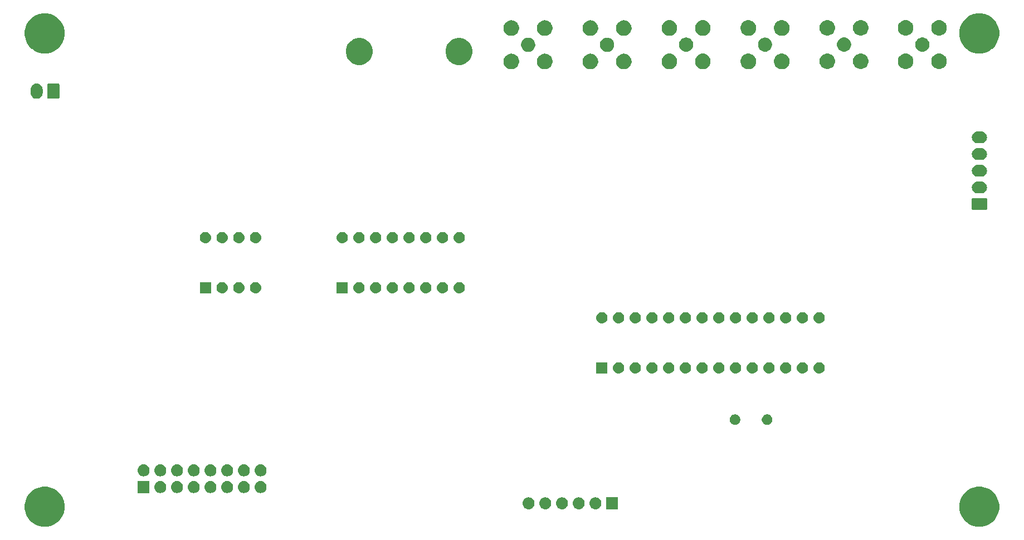
<source format=gbr>
G04 #@! TF.GenerationSoftware,KiCad,Pcbnew,(5.1.2-1)-1*
G04 #@! TF.CreationDate,2019-06-29T21:01:09+01:00*
G04 #@! TF.ProjectId,K3S_Seq_IF_Sw,4b33535f-5365-4715-9f49-465f53772e6b,rev?*
G04 #@! TF.SameCoordinates,Original*
G04 #@! TF.FileFunction,Soldermask,Bot*
G04 #@! TF.FilePolarity,Negative*
%FSLAX46Y46*%
G04 Gerber Fmt 4.6, Leading zero omitted, Abs format (unit mm)*
G04 Created by KiCad (PCBNEW (5.1.2-1)-1) date 2019-06-29 21:01:09*
%MOMM*%
%LPD*%
G04 APERTURE LIST*
%ADD10C,0.100000*%
G04 APERTURE END LIST*
D10*
G36*
X186889943Y-133066248D02*
G01*
X187445189Y-133296238D01*
X187693347Y-133462052D01*
X187944899Y-133630134D01*
X188369866Y-134055101D01*
X188369867Y-134055103D01*
X188703762Y-134554811D01*
X188933752Y-135110057D01*
X189051000Y-135699501D01*
X189051000Y-136300499D01*
X188933752Y-136889943D01*
X188703762Y-137445189D01*
X188703761Y-137445190D01*
X188369866Y-137944899D01*
X187944899Y-138369866D01*
X187693347Y-138537948D01*
X187445189Y-138703762D01*
X186889943Y-138933752D01*
X186300499Y-139051000D01*
X185699501Y-139051000D01*
X185110057Y-138933752D01*
X184554811Y-138703762D01*
X184306653Y-138537948D01*
X184055101Y-138369866D01*
X183630134Y-137944899D01*
X183296239Y-137445190D01*
X183296238Y-137445189D01*
X183066248Y-136889943D01*
X182949000Y-136300499D01*
X182949000Y-135699501D01*
X183066248Y-135110057D01*
X183296238Y-134554811D01*
X183630133Y-134055103D01*
X183630134Y-134055101D01*
X184055101Y-133630134D01*
X184306653Y-133462052D01*
X184554811Y-133296238D01*
X185110057Y-133066248D01*
X185699501Y-132949000D01*
X186300499Y-132949000D01*
X186889943Y-133066248D01*
X186889943Y-133066248D01*
G37*
G36*
X44889943Y-133066248D02*
G01*
X45445189Y-133296238D01*
X45693347Y-133462052D01*
X45944899Y-133630134D01*
X46369866Y-134055101D01*
X46369867Y-134055103D01*
X46703762Y-134554811D01*
X46933752Y-135110057D01*
X47051000Y-135699501D01*
X47051000Y-136300499D01*
X46933752Y-136889943D01*
X46703762Y-137445189D01*
X46703761Y-137445190D01*
X46369866Y-137944899D01*
X45944899Y-138369866D01*
X45693347Y-138537948D01*
X45445189Y-138703762D01*
X44889943Y-138933752D01*
X44300499Y-139051000D01*
X43699501Y-139051000D01*
X43110057Y-138933752D01*
X42554811Y-138703762D01*
X42306653Y-138537948D01*
X42055101Y-138369866D01*
X41630134Y-137944899D01*
X41296239Y-137445190D01*
X41296238Y-137445189D01*
X41066248Y-136889943D01*
X40949000Y-136300499D01*
X40949000Y-135699501D01*
X41066248Y-135110057D01*
X41296238Y-134554811D01*
X41630133Y-134055103D01*
X41630134Y-134055101D01*
X42055101Y-133630134D01*
X42306653Y-133462052D01*
X42554811Y-133296238D01*
X43110057Y-133066248D01*
X43699501Y-132949000D01*
X44300499Y-132949000D01*
X44889943Y-133066248D01*
X44889943Y-133066248D01*
G37*
G36*
X125250442Y-134575518D02*
G01*
X125316627Y-134582037D01*
X125486466Y-134633557D01*
X125642991Y-134717222D01*
X125678729Y-134746552D01*
X125780186Y-134829814D01*
X125863448Y-134931271D01*
X125892778Y-134967009D01*
X125976443Y-135123534D01*
X126027963Y-135293373D01*
X126045359Y-135470000D01*
X126027963Y-135646627D01*
X125976443Y-135816466D01*
X125892778Y-135972991D01*
X125863448Y-136008729D01*
X125780186Y-136110186D01*
X125678729Y-136193448D01*
X125642991Y-136222778D01*
X125486466Y-136306443D01*
X125316627Y-136357963D01*
X125250442Y-136364482D01*
X125184260Y-136371000D01*
X125095740Y-136371000D01*
X125029558Y-136364482D01*
X124963373Y-136357963D01*
X124793534Y-136306443D01*
X124637009Y-136222778D01*
X124601271Y-136193448D01*
X124499814Y-136110186D01*
X124416552Y-136008729D01*
X124387222Y-135972991D01*
X124303557Y-135816466D01*
X124252037Y-135646627D01*
X124234641Y-135470000D01*
X124252037Y-135293373D01*
X124303557Y-135123534D01*
X124387222Y-134967009D01*
X124416552Y-134931271D01*
X124499814Y-134829814D01*
X124601271Y-134746552D01*
X124637009Y-134717222D01*
X124793534Y-134633557D01*
X124963373Y-134582037D01*
X125029558Y-134575518D01*
X125095740Y-134569000D01*
X125184260Y-134569000D01*
X125250442Y-134575518D01*
X125250442Y-134575518D01*
G37*
G36*
X122710442Y-134575518D02*
G01*
X122776627Y-134582037D01*
X122946466Y-134633557D01*
X123102991Y-134717222D01*
X123138729Y-134746552D01*
X123240186Y-134829814D01*
X123323448Y-134931271D01*
X123352778Y-134967009D01*
X123436443Y-135123534D01*
X123487963Y-135293373D01*
X123505359Y-135470000D01*
X123487963Y-135646627D01*
X123436443Y-135816466D01*
X123352778Y-135972991D01*
X123323448Y-136008729D01*
X123240186Y-136110186D01*
X123138729Y-136193448D01*
X123102991Y-136222778D01*
X122946466Y-136306443D01*
X122776627Y-136357963D01*
X122710442Y-136364482D01*
X122644260Y-136371000D01*
X122555740Y-136371000D01*
X122489558Y-136364482D01*
X122423373Y-136357963D01*
X122253534Y-136306443D01*
X122097009Y-136222778D01*
X122061271Y-136193448D01*
X121959814Y-136110186D01*
X121876552Y-136008729D01*
X121847222Y-135972991D01*
X121763557Y-135816466D01*
X121712037Y-135646627D01*
X121694641Y-135470000D01*
X121712037Y-135293373D01*
X121763557Y-135123534D01*
X121847222Y-134967009D01*
X121876552Y-134931271D01*
X121959814Y-134829814D01*
X122061271Y-134746552D01*
X122097009Y-134717222D01*
X122253534Y-134633557D01*
X122423373Y-134582037D01*
X122489558Y-134575518D01*
X122555740Y-134569000D01*
X122644260Y-134569000D01*
X122710442Y-134575518D01*
X122710442Y-134575518D01*
G37*
G36*
X120170442Y-134575518D02*
G01*
X120236627Y-134582037D01*
X120406466Y-134633557D01*
X120562991Y-134717222D01*
X120598729Y-134746552D01*
X120700186Y-134829814D01*
X120783448Y-134931271D01*
X120812778Y-134967009D01*
X120896443Y-135123534D01*
X120947963Y-135293373D01*
X120965359Y-135470000D01*
X120947963Y-135646627D01*
X120896443Y-135816466D01*
X120812778Y-135972991D01*
X120783448Y-136008729D01*
X120700186Y-136110186D01*
X120598729Y-136193448D01*
X120562991Y-136222778D01*
X120406466Y-136306443D01*
X120236627Y-136357963D01*
X120170442Y-136364482D01*
X120104260Y-136371000D01*
X120015740Y-136371000D01*
X119949558Y-136364482D01*
X119883373Y-136357963D01*
X119713534Y-136306443D01*
X119557009Y-136222778D01*
X119521271Y-136193448D01*
X119419814Y-136110186D01*
X119336552Y-136008729D01*
X119307222Y-135972991D01*
X119223557Y-135816466D01*
X119172037Y-135646627D01*
X119154641Y-135470000D01*
X119172037Y-135293373D01*
X119223557Y-135123534D01*
X119307222Y-134967009D01*
X119336552Y-134931271D01*
X119419814Y-134829814D01*
X119521271Y-134746552D01*
X119557009Y-134717222D01*
X119713534Y-134633557D01*
X119883373Y-134582037D01*
X119949558Y-134575518D01*
X120015740Y-134569000D01*
X120104260Y-134569000D01*
X120170442Y-134575518D01*
X120170442Y-134575518D01*
G37*
G36*
X117630442Y-134575518D02*
G01*
X117696627Y-134582037D01*
X117866466Y-134633557D01*
X118022991Y-134717222D01*
X118058729Y-134746552D01*
X118160186Y-134829814D01*
X118243448Y-134931271D01*
X118272778Y-134967009D01*
X118356443Y-135123534D01*
X118407963Y-135293373D01*
X118425359Y-135470000D01*
X118407963Y-135646627D01*
X118356443Y-135816466D01*
X118272778Y-135972991D01*
X118243448Y-136008729D01*
X118160186Y-136110186D01*
X118058729Y-136193448D01*
X118022991Y-136222778D01*
X117866466Y-136306443D01*
X117696627Y-136357963D01*
X117630442Y-136364482D01*
X117564260Y-136371000D01*
X117475740Y-136371000D01*
X117409558Y-136364482D01*
X117343373Y-136357963D01*
X117173534Y-136306443D01*
X117017009Y-136222778D01*
X116981271Y-136193448D01*
X116879814Y-136110186D01*
X116796552Y-136008729D01*
X116767222Y-135972991D01*
X116683557Y-135816466D01*
X116632037Y-135646627D01*
X116614641Y-135470000D01*
X116632037Y-135293373D01*
X116683557Y-135123534D01*
X116767222Y-134967009D01*
X116796552Y-134931271D01*
X116879814Y-134829814D01*
X116981271Y-134746552D01*
X117017009Y-134717222D01*
X117173534Y-134633557D01*
X117343373Y-134582037D01*
X117409558Y-134575518D01*
X117475740Y-134569000D01*
X117564260Y-134569000D01*
X117630442Y-134575518D01*
X117630442Y-134575518D01*
G37*
G36*
X131121000Y-136371000D02*
G01*
X129319000Y-136371000D01*
X129319000Y-134569000D01*
X131121000Y-134569000D01*
X131121000Y-136371000D01*
X131121000Y-136371000D01*
G37*
G36*
X127790442Y-134575518D02*
G01*
X127856627Y-134582037D01*
X128026466Y-134633557D01*
X128182991Y-134717222D01*
X128218729Y-134746552D01*
X128320186Y-134829814D01*
X128403448Y-134931271D01*
X128432778Y-134967009D01*
X128516443Y-135123534D01*
X128567963Y-135293373D01*
X128585359Y-135470000D01*
X128567963Y-135646627D01*
X128516443Y-135816466D01*
X128432778Y-135972991D01*
X128403448Y-136008729D01*
X128320186Y-136110186D01*
X128218729Y-136193448D01*
X128182991Y-136222778D01*
X128026466Y-136306443D01*
X127856627Y-136357963D01*
X127790442Y-136364482D01*
X127724260Y-136371000D01*
X127635740Y-136371000D01*
X127569558Y-136364482D01*
X127503373Y-136357963D01*
X127333534Y-136306443D01*
X127177009Y-136222778D01*
X127141271Y-136193448D01*
X127039814Y-136110186D01*
X126956552Y-136008729D01*
X126927222Y-135972991D01*
X126843557Y-135816466D01*
X126792037Y-135646627D01*
X126774641Y-135470000D01*
X126792037Y-135293373D01*
X126843557Y-135123534D01*
X126927222Y-134967009D01*
X126956552Y-134931271D01*
X127039814Y-134829814D01*
X127141271Y-134746552D01*
X127177009Y-134717222D01*
X127333534Y-134633557D01*
X127503373Y-134582037D01*
X127569558Y-134575518D01*
X127635740Y-134569000D01*
X127724260Y-134569000D01*
X127790442Y-134575518D01*
X127790442Y-134575518D01*
G37*
G36*
X61719294Y-132098633D02*
G01*
X61891695Y-132150931D01*
X62050583Y-132235858D01*
X62189849Y-132350151D01*
X62304142Y-132489417D01*
X62389069Y-132648305D01*
X62441367Y-132820706D01*
X62459025Y-133000000D01*
X62441367Y-133179294D01*
X62389069Y-133351695D01*
X62304142Y-133510583D01*
X62189849Y-133649849D01*
X62050583Y-133764142D01*
X61891695Y-133849069D01*
X61719294Y-133901367D01*
X61584931Y-133914600D01*
X61495069Y-133914600D01*
X61360706Y-133901367D01*
X61188305Y-133849069D01*
X61029417Y-133764142D01*
X60890151Y-133649849D01*
X60775858Y-133510583D01*
X60690931Y-133351695D01*
X60638633Y-133179294D01*
X60620975Y-133000000D01*
X60638633Y-132820706D01*
X60690931Y-132648305D01*
X60775858Y-132489417D01*
X60890151Y-132350151D01*
X61029417Y-132235858D01*
X61188305Y-132150931D01*
X61360706Y-132098633D01*
X61495069Y-132085400D01*
X61584931Y-132085400D01*
X61719294Y-132098633D01*
X61719294Y-132098633D01*
G37*
G36*
X59914600Y-133914600D02*
G01*
X58085400Y-133914600D01*
X58085400Y-132085400D01*
X59914600Y-132085400D01*
X59914600Y-133914600D01*
X59914600Y-133914600D01*
G37*
G36*
X64259294Y-132098633D02*
G01*
X64431695Y-132150931D01*
X64590583Y-132235858D01*
X64729849Y-132350151D01*
X64844142Y-132489417D01*
X64929069Y-132648305D01*
X64981367Y-132820706D01*
X64999025Y-133000000D01*
X64981367Y-133179294D01*
X64929069Y-133351695D01*
X64844142Y-133510583D01*
X64729849Y-133649849D01*
X64590583Y-133764142D01*
X64431695Y-133849069D01*
X64259294Y-133901367D01*
X64124931Y-133914600D01*
X64035069Y-133914600D01*
X63900706Y-133901367D01*
X63728305Y-133849069D01*
X63569417Y-133764142D01*
X63430151Y-133649849D01*
X63315858Y-133510583D01*
X63230931Y-133351695D01*
X63178633Y-133179294D01*
X63160975Y-133000000D01*
X63178633Y-132820706D01*
X63230931Y-132648305D01*
X63315858Y-132489417D01*
X63430151Y-132350151D01*
X63569417Y-132235858D01*
X63728305Y-132150931D01*
X63900706Y-132098633D01*
X64035069Y-132085400D01*
X64124931Y-132085400D01*
X64259294Y-132098633D01*
X64259294Y-132098633D01*
G37*
G36*
X66799294Y-132098633D02*
G01*
X66971695Y-132150931D01*
X67130583Y-132235858D01*
X67269849Y-132350151D01*
X67384142Y-132489417D01*
X67469069Y-132648305D01*
X67521367Y-132820706D01*
X67539025Y-133000000D01*
X67521367Y-133179294D01*
X67469069Y-133351695D01*
X67384142Y-133510583D01*
X67269849Y-133649849D01*
X67130583Y-133764142D01*
X66971695Y-133849069D01*
X66799294Y-133901367D01*
X66664931Y-133914600D01*
X66575069Y-133914600D01*
X66440706Y-133901367D01*
X66268305Y-133849069D01*
X66109417Y-133764142D01*
X65970151Y-133649849D01*
X65855858Y-133510583D01*
X65770931Y-133351695D01*
X65718633Y-133179294D01*
X65700975Y-133000000D01*
X65718633Y-132820706D01*
X65770931Y-132648305D01*
X65855858Y-132489417D01*
X65970151Y-132350151D01*
X66109417Y-132235858D01*
X66268305Y-132150931D01*
X66440706Y-132098633D01*
X66575069Y-132085400D01*
X66664931Y-132085400D01*
X66799294Y-132098633D01*
X66799294Y-132098633D01*
G37*
G36*
X69339294Y-132098633D02*
G01*
X69511695Y-132150931D01*
X69670583Y-132235858D01*
X69809849Y-132350151D01*
X69924142Y-132489417D01*
X70009069Y-132648305D01*
X70061367Y-132820706D01*
X70079025Y-133000000D01*
X70061367Y-133179294D01*
X70009069Y-133351695D01*
X69924142Y-133510583D01*
X69809849Y-133649849D01*
X69670583Y-133764142D01*
X69511695Y-133849069D01*
X69339294Y-133901367D01*
X69204931Y-133914600D01*
X69115069Y-133914600D01*
X68980706Y-133901367D01*
X68808305Y-133849069D01*
X68649417Y-133764142D01*
X68510151Y-133649849D01*
X68395858Y-133510583D01*
X68310931Y-133351695D01*
X68258633Y-133179294D01*
X68240975Y-133000000D01*
X68258633Y-132820706D01*
X68310931Y-132648305D01*
X68395858Y-132489417D01*
X68510151Y-132350151D01*
X68649417Y-132235858D01*
X68808305Y-132150931D01*
X68980706Y-132098633D01*
X69115069Y-132085400D01*
X69204931Y-132085400D01*
X69339294Y-132098633D01*
X69339294Y-132098633D01*
G37*
G36*
X71879294Y-132098633D02*
G01*
X72051695Y-132150931D01*
X72210583Y-132235858D01*
X72349849Y-132350151D01*
X72464142Y-132489417D01*
X72549069Y-132648305D01*
X72601367Y-132820706D01*
X72619025Y-133000000D01*
X72601367Y-133179294D01*
X72549069Y-133351695D01*
X72464142Y-133510583D01*
X72349849Y-133649849D01*
X72210583Y-133764142D01*
X72051695Y-133849069D01*
X71879294Y-133901367D01*
X71744931Y-133914600D01*
X71655069Y-133914600D01*
X71520706Y-133901367D01*
X71348305Y-133849069D01*
X71189417Y-133764142D01*
X71050151Y-133649849D01*
X70935858Y-133510583D01*
X70850931Y-133351695D01*
X70798633Y-133179294D01*
X70780975Y-133000000D01*
X70798633Y-132820706D01*
X70850931Y-132648305D01*
X70935858Y-132489417D01*
X71050151Y-132350151D01*
X71189417Y-132235858D01*
X71348305Y-132150931D01*
X71520706Y-132098633D01*
X71655069Y-132085400D01*
X71744931Y-132085400D01*
X71879294Y-132098633D01*
X71879294Y-132098633D01*
G37*
G36*
X74419294Y-132098633D02*
G01*
X74591695Y-132150931D01*
X74750583Y-132235858D01*
X74889849Y-132350151D01*
X75004142Y-132489417D01*
X75089069Y-132648305D01*
X75141367Y-132820706D01*
X75159025Y-133000000D01*
X75141367Y-133179294D01*
X75089069Y-133351695D01*
X75004142Y-133510583D01*
X74889849Y-133649849D01*
X74750583Y-133764142D01*
X74591695Y-133849069D01*
X74419294Y-133901367D01*
X74284931Y-133914600D01*
X74195069Y-133914600D01*
X74060706Y-133901367D01*
X73888305Y-133849069D01*
X73729417Y-133764142D01*
X73590151Y-133649849D01*
X73475858Y-133510583D01*
X73390931Y-133351695D01*
X73338633Y-133179294D01*
X73320975Y-133000000D01*
X73338633Y-132820706D01*
X73390931Y-132648305D01*
X73475858Y-132489417D01*
X73590151Y-132350151D01*
X73729417Y-132235858D01*
X73888305Y-132150931D01*
X74060706Y-132098633D01*
X74195069Y-132085400D01*
X74284931Y-132085400D01*
X74419294Y-132098633D01*
X74419294Y-132098633D01*
G37*
G36*
X76959294Y-132098633D02*
G01*
X77131695Y-132150931D01*
X77290583Y-132235858D01*
X77429849Y-132350151D01*
X77544142Y-132489417D01*
X77629069Y-132648305D01*
X77681367Y-132820706D01*
X77699025Y-133000000D01*
X77681367Y-133179294D01*
X77629069Y-133351695D01*
X77544142Y-133510583D01*
X77429849Y-133649849D01*
X77290583Y-133764142D01*
X77131695Y-133849069D01*
X76959294Y-133901367D01*
X76824931Y-133914600D01*
X76735069Y-133914600D01*
X76600706Y-133901367D01*
X76428305Y-133849069D01*
X76269417Y-133764142D01*
X76130151Y-133649849D01*
X76015858Y-133510583D01*
X75930931Y-133351695D01*
X75878633Y-133179294D01*
X75860975Y-133000000D01*
X75878633Y-132820706D01*
X75930931Y-132648305D01*
X76015858Y-132489417D01*
X76130151Y-132350151D01*
X76269417Y-132235858D01*
X76428305Y-132150931D01*
X76600706Y-132098633D01*
X76735069Y-132085400D01*
X76824931Y-132085400D01*
X76959294Y-132098633D01*
X76959294Y-132098633D01*
G37*
G36*
X76959294Y-129558633D02*
G01*
X77131695Y-129610931D01*
X77290583Y-129695858D01*
X77429849Y-129810151D01*
X77544142Y-129949417D01*
X77629069Y-130108305D01*
X77681367Y-130280706D01*
X77699025Y-130460000D01*
X77681367Y-130639294D01*
X77629069Y-130811695D01*
X77544142Y-130970583D01*
X77429849Y-131109849D01*
X77290583Y-131224142D01*
X77131695Y-131309069D01*
X76959294Y-131361367D01*
X76824931Y-131374600D01*
X76735069Y-131374600D01*
X76600706Y-131361367D01*
X76428305Y-131309069D01*
X76269417Y-131224142D01*
X76130151Y-131109849D01*
X76015858Y-130970583D01*
X75930931Y-130811695D01*
X75878633Y-130639294D01*
X75860975Y-130460000D01*
X75878633Y-130280706D01*
X75930931Y-130108305D01*
X76015858Y-129949417D01*
X76130151Y-129810151D01*
X76269417Y-129695858D01*
X76428305Y-129610931D01*
X76600706Y-129558633D01*
X76735069Y-129545400D01*
X76824931Y-129545400D01*
X76959294Y-129558633D01*
X76959294Y-129558633D01*
G37*
G36*
X66799294Y-129558633D02*
G01*
X66971695Y-129610931D01*
X67130583Y-129695858D01*
X67269849Y-129810151D01*
X67384142Y-129949417D01*
X67469069Y-130108305D01*
X67521367Y-130280706D01*
X67539025Y-130460000D01*
X67521367Y-130639294D01*
X67469069Y-130811695D01*
X67384142Y-130970583D01*
X67269849Y-131109849D01*
X67130583Y-131224142D01*
X66971695Y-131309069D01*
X66799294Y-131361367D01*
X66664931Y-131374600D01*
X66575069Y-131374600D01*
X66440706Y-131361367D01*
X66268305Y-131309069D01*
X66109417Y-131224142D01*
X65970151Y-131109849D01*
X65855858Y-130970583D01*
X65770931Y-130811695D01*
X65718633Y-130639294D01*
X65700975Y-130460000D01*
X65718633Y-130280706D01*
X65770931Y-130108305D01*
X65855858Y-129949417D01*
X65970151Y-129810151D01*
X66109417Y-129695858D01*
X66268305Y-129610931D01*
X66440706Y-129558633D01*
X66575069Y-129545400D01*
X66664931Y-129545400D01*
X66799294Y-129558633D01*
X66799294Y-129558633D01*
G37*
G36*
X74419294Y-129558633D02*
G01*
X74591695Y-129610931D01*
X74750583Y-129695858D01*
X74889849Y-129810151D01*
X75004142Y-129949417D01*
X75089069Y-130108305D01*
X75141367Y-130280706D01*
X75159025Y-130460000D01*
X75141367Y-130639294D01*
X75089069Y-130811695D01*
X75004142Y-130970583D01*
X74889849Y-131109849D01*
X74750583Y-131224142D01*
X74591695Y-131309069D01*
X74419294Y-131361367D01*
X74284931Y-131374600D01*
X74195069Y-131374600D01*
X74060706Y-131361367D01*
X73888305Y-131309069D01*
X73729417Y-131224142D01*
X73590151Y-131109849D01*
X73475858Y-130970583D01*
X73390931Y-130811695D01*
X73338633Y-130639294D01*
X73320975Y-130460000D01*
X73338633Y-130280706D01*
X73390931Y-130108305D01*
X73475858Y-129949417D01*
X73590151Y-129810151D01*
X73729417Y-129695858D01*
X73888305Y-129610931D01*
X74060706Y-129558633D01*
X74195069Y-129545400D01*
X74284931Y-129545400D01*
X74419294Y-129558633D01*
X74419294Y-129558633D01*
G37*
G36*
X71879294Y-129558633D02*
G01*
X72051695Y-129610931D01*
X72210583Y-129695858D01*
X72349849Y-129810151D01*
X72464142Y-129949417D01*
X72549069Y-130108305D01*
X72601367Y-130280706D01*
X72619025Y-130460000D01*
X72601367Y-130639294D01*
X72549069Y-130811695D01*
X72464142Y-130970583D01*
X72349849Y-131109849D01*
X72210583Y-131224142D01*
X72051695Y-131309069D01*
X71879294Y-131361367D01*
X71744931Y-131374600D01*
X71655069Y-131374600D01*
X71520706Y-131361367D01*
X71348305Y-131309069D01*
X71189417Y-131224142D01*
X71050151Y-131109849D01*
X70935858Y-130970583D01*
X70850931Y-130811695D01*
X70798633Y-130639294D01*
X70780975Y-130460000D01*
X70798633Y-130280706D01*
X70850931Y-130108305D01*
X70935858Y-129949417D01*
X71050151Y-129810151D01*
X71189417Y-129695858D01*
X71348305Y-129610931D01*
X71520706Y-129558633D01*
X71655069Y-129545400D01*
X71744931Y-129545400D01*
X71879294Y-129558633D01*
X71879294Y-129558633D01*
G37*
G36*
X69339294Y-129558633D02*
G01*
X69511695Y-129610931D01*
X69670583Y-129695858D01*
X69809849Y-129810151D01*
X69924142Y-129949417D01*
X70009069Y-130108305D01*
X70061367Y-130280706D01*
X70079025Y-130460000D01*
X70061367Y-130639294D01*
X70009069Y-130811695D01*
X69924142Y-130970583D01*
X69809849Y-131109849D01*
X69670583Y-131224142D01*
X69511695Y-131309069D01*
X69339294Y-131361367D01*
X69204931Y-131374600D01*
X69115069Y-131374600D01*
X68980706Y-131361367D01*
X68808305Y-131309069D01*
X68649417Y-131224142D01*
X68510151Y-131109849D01*
X68395858Y-130970583D01*
X68310931Y-130811695D01*
X68258633Y-130639294D01*
X68240975Y-130460000D01*
X68258633Y-130280706D01*
X68310931Y-130108305D01*
X68395858Y-129949417D01*
X68510151Y-129810151D01*
X68649417Y-129695858D01*
X68808305Y-129610931D01*
X68980706Y-129558633D01*
X69115069Y-129545400D01*
X69204931Y-129545400D01*
X69339294Y-129558633D01*
X69339294Y-129558633D01*
G37*
G36*
X64259294Y-129558633D02*
G01*
X64431695Y-129610931D01*
X64590583Y-129695858D01*
X64729849Y-129810151D01*
X64844142Y-129949417D01*
X64929069Y-130108305D01*
X64981367Y-130280706D01*
X64999025Y-130460000D01*
X64981367Y-130639294D01*
X64929069Y-130811695D01*
X64844142Y-130970583D01*
X64729849Y-131109849D01*
X64590583Y-131224142D01*
X64431695Y-131309069D01*
X64259294Y-131361367D01*
X64124931Y-131374600D01*
X64035069Y-131374600D01*
X63900706Y-131361367D01*
X63728305Y-131309069D01*
X63569417Y-131224142D01*
X63430151Y-131109849D01*
X63315858Y-130970583D01*
X63230931Y-130811695D01*
X63178633Y-130639294D01*
X63160975Y-130460000D01*
X63178633Y-130280706D01*
X63230931Y-130108305D01*
X63315858Y-129949417D01*
X63430151Y-129810151D01*
X63569417Y-129695858D01*
X63728305Y-129610931D01*
X63900706Y-129558633D01*
X64035069Y-129545400D01*
X64124931Y-129545400D01*
X64259294Y-129558633D01*
X64259294Y-129558633D01*
G37*
G36*
X61719294Y-129558633D02*
G01*
X61891695Y-129610931D01*
X62050583Y-129695858D01*
X62189849Y-129810151D01*
X62304142Y-129949417D01*
X62389069Y-130108305D01*
X62441367Y-130280706D01*
X62459025Y-130460000D01*
X62441367Y-130639294D01*
X62389069Y-130811695D01*
X62304142Y-130970583D01*
X62189849Y-131109849D01*
X62050583Y-131224142D01*
X61891695Y-131309069D01*
X61719294Y-131361367D01*
X61584931Y-131374600D01*
X61495069Y-131374600D01*
X61360706Y-131361367D01*
X61188305Y-131309069D01*
X61029417Y-131224142D01*
X60890151Y-131109849D01*
X60775858Y-130970583D01*
X60690931Y-130811695D01*
X60638633Y-130639294D01*
X60620975Y-130460000D01*
X60638633Y-130280706D01*
X60690931Y-130108305D01*
X60775858Y-129949417D01*
X60890151Y-129810151D01*
X61029417Y-129695858D01*
X61188305Y-129610931D01*
X61360706Y-129558633D01*
X61495069Y-129545400D01*
X61584931Y-129545400D01*
X61719294Y-129558633D01*
X61719294Y-129558633D01*
G37*
G36*
X59179294Y-129558633D02*
G01*
X59351695Y-129610931D01*
X59510583Y-129695858D01*
X59649849Y-129810151D01*
X59764142Y-129949417D01*
X59849069Y-130108305D01*
X59901367Y-130280706D01*
X59919025Y-130460000D01*
X59901367Y-130639294D01*
X59849069Y-130811695D01*
X59764142Y-130970583D01*
X59649849Y-131109849D01*
X59510583Y-131224142D01*
X59351695Y-131309069D01*
X59179294Y-131361367D01*
X59044931Y-131374600D01*
X58955069Y-131374600D01*
X58820706Y-131361367D01*
X58648305Y-131309069D01*
X58489417Y-131224142D01*
X58350151Y-131109849D01*
X58235858Y-130970583D01*
X58150931Y-130811695D01*
X58098633Y-130639294D01*
X58080975Y-130460000D01*
X58098633Y-130280706D01*
X58150931Y-130108305D01*
X58235858Y-129949417D01*
X58350151Y-129810151D01*
X58489417Y-129695858D01*
X58648305Y-129610931D01*
X58820706Y-129558633D01*
X58955069Y-129545400D01*
X59044931Y-129545400D01*
X59179294Y-129558633D01*
X59179294Y-129558633D01*
G37*
G36*
X154005642Y-121983781D02*
G01*
X154151414Y-122044162D01*
X154151416Y-122044163D01*
X154282608Y-122131822D01*
X154394178Y-122243392D01*
X154481837Y-122374584D01*
X154481838Y-122374586D01*
X154542219Y-122520358D01*
X154573000Y-122675107D01*
X154573000Y-122832893D01*
X154542219Y-122987642D01*
X154481838Y-123133414D01*
X154481837Y-123133416D01*
X154394178Y-123264608D01*
X154282608Y-123376178D01*
X154151416Y-123463837D01*
X154151415Y-123463838D01*
X154151414Y-123463838D01*
X154005642Y-123524219D01*
X153850893Y-123555000D01*
X153693107Y-123555000D01*
X153538358Y-123524219D01*
X153392586Y-123463838D01*
X153392585Y-123463838D01*
X153392584Y-123463837D01*
X153261392Y-123376178D01*
X153149822Y-123264608D01*
X153062163Y-123133416D01*
X153062162Y-123133414D01*
X153001781Y-122987642D01*
X152971000Y-122832893D01*
X152971000Y-122675107D01*
X153001781Y-122520358D01*
X153062162Y-122374586D01*
X153062163Y-122374584D01*
X153149822Y-122243392D01*
X153261392Y-122131822D01*
X153392584Y-122044163D01*
X153392586Y-122044162D01*
X153538358Y-121983781D01*
X153693107Y-121953000D01*
X153850893Y-121953000D01*
X154005642Y-121983781D01*
X154005642Y-121983781D01*
G37*
G36*
X149125642Y-121983781D02*
G01*
X149271414Y-122044162D01*
X149271416Y-122044163D01*
X149402608Y-122131822D01*
X149514178Y-122243392D01*
X149601837Y-122374584D01*
X149601838Y-122374586D01*
X149662219Y-122520358D01*
X149693000Y-122675107D01*
X149693000Y-122832893D01*
X149662219Y-122987642D01*
X149601838Y-123133414D01*
X149601837Y-123133416D01*
X149514178Y-123264608D01*
X149402608Y-123376178D01*
X149271416Y-123463837D01*
X149271415Y-123463838D01*
X149271414Y-123463838D01*
X149125642Y-123524219D01*
X148970893Y-123555000D01*
X148813107Y-123555000D01*
X148658358Y-123524219D01*
X148512586Y-123463838D01*
X148512585Y-123463838D01*
X148512584Y-123463837D01*
X148381392Y-123376178D01*
X148269822Y-123264608D01*
X148182163Y-123133416D01*
X148182162Y-123133414D01*
X148121781Y-122987642D01*
X148091000Y-122832893D01*
X148091000Y-122675107D01*
X148121781Y-122520358D01*
X148182162Y-122374586D01*
X148182163Y-122374584D01*
X148269822Y-122243392D01*
X148381392Y-122131822D01*
X148512584Y-122044163D01*
X148512586Y-122044162D01*
X148658358Y-121983781D01*
X148813107Y-121953000D01*
X148970893Y-121953000D01*
X149125642Y-121983781D01*
X149125642Y-121983781D01*
G37*
G36*
X144056823Y-114031313D02*
G01*
X144217242Y-114079976D01*
X144349906Y-114150886D01*
X144365078Y-114158996D01*
X144494659Y-114265341D01*
X144601004Y-114394922D01*
X144601005Y-114394924D01*
X144680024Y-114542758D01*
X144728687Y-114703177D01*
X144745117Y-114870000D01*
X144728687Y-115036823D01*
X144680024Y-115197242D01*
X144609114Y-115329906D01*
X144601004Y-115345078D01*
X144494659Y-115474659D01*
X144365078Y-115581004D01*
X144365076Y-115581005D01*
X144217242Y-115660024D01*
X144056823Y-115708687D01*
X143931804Y-115721000D01*
X143848196Y-115721000D01*
X143723177Y-115708687D01*
X143562758Y-115660024D01*
X143414924Y-115581005D01*
X143414922Y-115581004D01*
X143285341Y-115474659D01*
X143178996Y-115345078D01*
X143170886Y-115329906D01*
X143099976Y-115197242D01*
X143051313Y-115036823D01*
X143034883Y-114870000D01*
X143051313Y-114703177D01*
X143099976Y-114542758D01*
X143178995Y-114394924D01*
X143178996Y-114394922D01*
X143285341Y-114265341D01*
X143414922Y-114158996D01*
X143430094Y-114150886D01*
X143562758Y-114079976D01*
X143723177Y-114031313D01*
X143848196Y-114019000D01*
X143931804Y-114019000D01*
X144056823Y-114031313D01*
X144056823Y-114031313D01*
G37*
G36*
X154216823Y-114031313D02*
G01*
X154377242Y-114079976D01*
X154509906Y-114150886D01*
X154525078Y-114158996D01*
X154654659Y-114265341D01*
X154761004Y-114394922D01*
X154761005Y-114394924D01*
X154840024Y-114542758D01*
X154888687Y-114703177D01*
X154905117Y-114870000D01*
X154888687Y-115036823D01*
X154840024Y-115197242D01*
X154769114Y-115329906D01*
X154761004Y-115345078D01*
X154654659Y-115474659D01*
X154525078Y-115581004D01*
X154525076Y-115581005D01*
X154377242Y-115660024D01*
X154216823Y-115708687D01*
X154091804Y-115721000D01*
X154008196Y-115721000D01*
X153883177Y-115708687D01*
X153722758Y-115660024D01*
X153574924Y-115581005D01*
X153574922Y-115581004D01*
X153445341Y-115474659D01*
X153338996Y-115345078D01*
X153330886Y-115329906D01*
X153259976Y-115197242D01*
X153211313Y-115036823D01*
X153194883Y-114870000D01*
X153211313Y-114703177D01*
X153259976Y-114542758D01*
X153338995Y-114394924D01*
X153338996Y-114394922D01*
X153445341Y-114265341D01*
X153574922Y-114158996D01*
X153590094Y-114150886D01*
X153722758Y-114079976D01*
X153883177Y-114031313D01*
X154008196Y-114019000D01*
X154091804Y-114019000D01*
X154216823Y-114031313D01*
X154216823Y-114031313D01*
G37*
G36*
X129501000Y-115721000D02*
G01*
X127799000Y-115721000D01*
X127799000Y-114019000D01*
X129501000Y-114019000D01*
X129501000Y-115721000D01*
X129501000Y-115721000D01*
G37*
G36*
X156756823Y-114031313D02*
G01*
X156917242Y-114079976D01*
X157049906Y-114150886D01*
X157065078Y-114158996D01*
X157194659Y-114265341D01*
X157301004Y-114394922D01*
X157301005Y-114394924D01*
X157380024Y-114542758D01*
X157428687Y-114703177D01*
X157445117Y-114870000D01*
X157428687Y-115036823D01*
X157380024Y-115197242D01*
X157309114Y-115329906D01*
X157301004Y-115345078D01*
X157194659Y-115474659D01*
X157065078Y-115581004D01*
X157065076Y-115581005D01*
X156917242Y-115660024D01*
X156756823Y-115708687D01*
X156631804Y-115721000D01*
X156548196Y-115721000D01*
X156423177Y-115708687D01*
X156262758Y-115660024D01*
X156114924Y-115581005D01*
X156114922Y-115581004D01*
X155985341Y-115474659D01*
X155878996Y-115345078D01*
X155870886Y-115329906D01*
X155799976Y-115197242D01*
X155751313Y-115036823D01*
X155734883Y-114870000D01*
X155751313Y-114703177D01*
X155799976Y-114542758D01*
X155878995Y-114394924D01*
X155878996Y-114394922D01*
X155985341Y-114265341D01*
X156114922Y-114158996D01*
X156130094Y-114150886D01*
X156262758Y-114079976D01*
X156423177Y-114031313D01*
X156548196Y-114019000D01*
X156631804Y-114019000D01*
X156756823Y-114031313D01*
X156756823Y-114031313D01*
G37*
G36*
X131356823Y-114031313D02*
G01*
X131517242Y-114079976D01*
X131649906Y-114150886D01*
X131665078Y-114158996D01*
X131794659Y-114265341D01*
X131901004Y-114394922D01*
X131901005Y-114394924D01*
X131980024Y-114542758D01*
X132028687Y-114703177D01*
X132045117Y-114870000D01*
X132028687Y-115036823D01*
X131980024Y-115197242D01*
X131909114Y-115329906D01*
X131901004Y-115345078D01*
X131794659Y-115474659D01*
X131665078Y-115581004D01*
X131665076Y-115581005D01*
X131517242Y-115660024D01*
X131356823Y-115708687D01*
X131231804Y-115721000D01*
X131148196Y-115721000D01*
X131023177Y-115708687D01*
X130862758Y-115660024D01*
X130714924Y-115581005D01*
X130714922Y-115581004D01*
X130585341Y-115474659D01*
X130478996Y-115345078D01*
X130470886Y-115329906D01*
X130399976Y-115197242D01*
X130351313Y-115036823D01*
X130334883Y-114870000D01*
X130351313Y-114703177D01*
X130399976Y-114542758D01*
X130478995Y-114394924D01*
X130478996Y-114394922D01*
X130585341Y-114265341D01*
X130714922Y-114158996D01*
X130730094Y-114150886D01*
X130862758Y-114079976D01*
X131023177Y-114031313D01*
X131148196Y-114019000D01*
X131231804Y-114019000D01*
X131356823Y-114031313D01*
X131356823Y-114031313D01*
G37*
G36*
X159296823Y-114031313D02*
G01*
X159457242Y-114079976D01*
X159589906Y-114150886D01*
X159605078Y-114158996D01*
X159734659Y-114265341D01*
X159841004Y-114394922D01*
X159841005Y-114394924D01*
X159920024Y-114542758D01*
X159968687Y-114703177D01*
X159985117Y-114870000D01*
X159968687Y-115036823D01*
X159920024Y-115197242D01*
X159849114Y-115329906D01*
X159841004Y-115345078D01*
X159734659Y-115474659D01*
X159605078Y-115581004D01*
X159605076Y-115581005D01*
X159457242Y-115660024D01*
X159296823Y-115708687D01*
X159171804Y-115721000D01*
X159088196Y-115721000D01*
X158963177Y-115708687D01*
X158802758Y-115660024D01*
X158654924Y-115581005D01*
X158654922Y-115581004D01*
X158525341Y-115474659D01*
X158418996Y-115345078D01*
X158410886Y-115329906D01*
X158339976Y-115197242D01*
X158291313Y-115036823D01*
X158274883Y-114870000D01*
X158291313Y-114703177D01*
X158339976Y-114542758D01*
X158418995Y-114394924D01*
X158418996Y-114394922D01*
X158525341Y-114265341D01*
X158654922Y-114158996D01*
X158670094Y-114150886D01*
X158802758Y-114079976D01*
X158963177Y-114031313D01*
X159088196Y-114019000D01*
X159171804Y-114019000D01*
X159296823Y-114031313D01*
X159296823Y-114031313D01*
G37*
G36*
X133896823Y-114031313D02*
G01*
X134057242Y-114079976D01*
X134189906Y-114150886D01*
X134205078Y-114158996D01*
X134334659Y-114265341D01*
X134441004Y-114394922D01*
X134441005Y-114394924D01*
X134520024Y-114542758D01*
X134568687Y-114703177D01*
X134585117Y-114870000D01*
X134568687Y-115036823D01*
X134520024Y-115197242D01*
X134449114Y-115329906D01*
X134441004Y-115345078D01*
X134334659Y-115474659D01*
X134205078Y-115581004D01*
X134205076Y-115581005D01*
X134057242Y-115660024D01*
X133896823Y-115708687D01*
X133771804Y-115721000D01*
X133688196Y-115721000D01*
X133563177Y-115708687D01*
X133402758Y-115660024D01*
X133254924Y-115581005D01*
X133254922Y-115581004D01*
X133125341Y-115474659D01*
X133018996Y-115345078D01*
X133010886Y-115329906D01*
X132939976Y-115197242D01*
X132891313Y-115036823D01*
X132874883Y-114870000D01*
X132891313Y-114703177D01*
X132939976Y-114542758D01*
X133018995Y-114394924D01*
X133018996Y-114394922D01*
X133125341Y-114265341D01*
X133254922Y-114158996D01*
X133270094Y-114150886D01*
X133402758Y-114079976D01*
X133563177Y-114031313D01*
X133688196Y-114019000D01*
X133771804Y-114019000D01*
X133896823Y-114031313D01*
X133896823Y-114031313D01*
G37*
G36*
X161836823Y-114031313D02*
G01*
X161997242Y-114079976D01*
X162129906Y-114150886D01*
X162145078Y-114158996D01*
X162274659Y-114265341D01*
X162381004Y-114394922D01*
X162381005Y-114394924D01*
X162460024Y-114542758D01*
X162508687Y-114703177D01*
X162525117Y-114870000D01*
X162508687Y-115036823D01*
X162460024Y-115197242D01*
X162389114Y-115329906D01*
X162381004Y-115345078D01*
X162274659Y-115474659D01*
X162145078Y-115581004D01*
X162145076Y-115581005D01*
X161997242Y-115660024D01*
X161836823Y-115708687D01*
X161711804Y-115721000D01*
X161628196Y-115721000D01*
X161503177Y-115708687D01*
X161342758Y-115660024D01*
X161194924Y-115581005D01*
X161194922Y-115581004D01*
X161065341Y-115474659D01*
X160958996Y-115345078D01*
X160950886Y-115329906D01*
X160879976Y-115197242D01*
X160831313Y-115036823D01*
X160814883Y-114870000D01*
X160831313Y-114703177D01*
X160879976Y-114542758D01*
X160958995Y-114394924D01*
X160958996Y-114394922D01*
X161065341Y-114265341D01*
X161194922Y-114158996D01*
X161210094Y-114150886D01*
X161342758Y-114079976D01*
X161503177Y-114031313D01*
X161628196Y-114019000D01*
X161711804Y-114019000D01*
X161836823Y-114031313D01*
X161836823Y-114031313D01*
G37*
G36*
X136436823Y-114031313D02*
G01*
X136597242Y-114079976D01*
X136729906Y-114150886D01*
X136745078Y-114158996D01*
X136874659Y-114265341D01*
X136981004Y-114394922D01*
X136981005Y-114394924D01*
X137060024Y-114542758D01*
X137108687Y-114703177D01*
X137125117Y-114870000D01*
X137108687Y-115036823D01*
X137060024Y-115197242D01*
X136989114Y-115329906D01*
X136981004Y-115345078D01*
X136874659Y-115474659D01*
X136745078Y-115581004D01*
X136745076Y-115581005D01*
X136597242Y-115660024D01*
X136436823Y-115708687D01*
X136311804Y-115721000D01*
X136228196Y-115721000D01*
X136103177Y-115708687D01*
X135942758Y-115660024D01*
X135794924Y-115581005D01*
X135794922Y-115581004D01*
X135665341Y-115474659D01*
X135558996Y-115345078D01*
X135550886Y-115329906D01*
X135479976Y-115197242D01*
X135431313Y-115036823D01*
X135414883Y-114870000D01*
X135431313Y-114703177D01*
X135479976Y-114542758D01*
X135558995Y-114394924D01*
X135558996Y-114394922D01*
X135665341Y-114265341D01*
X135794922Y-114158996D01*
X135810094Y-114150886D01*
X135942758Y-114079976D01*
X136103177Y-114031313D01*
X136228196Y-114019000D01*
X136311804Y-114019000D01*
X136436823Y-114031313D01*
X136436823Y-114031313D01*
G37*
G36*
X151676823Y-114031313D02*
G01*
X151837242Y-114079976D01*
X151969906Y-114150886D01*
X151985078Y-114158996D01*
X152114659Y-114265341D01*
X152221004Y-114394922D01*
X152221005Y-114394924D01*
X152300024Y-114542758D01*
X152348687Y-114703177D01*
X152365117Y-114870000D01*
X152348687Y-115036823D01*
X152300024Y-115197242D01*
X152229114Y-115329906D01*
X152221004Y-115345078D01*
X152114659Y-115474659D01*
X151985078Y-115581004D01*
X151985076Y-115581005D01*
X151837242Y-115660024D01*
X151676823Y-115708687D01*
X151551804Y-115721000D01*
X151468196Y-115721000D01*
X151343177Y-115708687D01*
X151182758Y-115660024D01*
X151034924Y-115581005D01*
X151034922Y-115581004D01*
X150905341Y-115474659D01*
X150798996Y-115345078D01*
X150790886Y-115329906D01*
X150719976Y-115197242D01*
X150671313Y-115036823D01*
X150654883Y-114870000D01*
X150671313Y-114703177D01*
X150719976Y-114542758D01*
X150798995Y-114394924D01*
X150798996Y-114394922D01*
X150905341Y-114265341D01*
X151034922Y-114158996D01*
X151050094Y-114150886D01*
X151182758Y-114079976D01*
X151343177Y-114031313D01*
X151468196Y-114019000D01*
X151551804Y-114019000D01*
X151676823Y-114031313D01*
X151676823Y-114031313D01*
G37*
G36*
X138976823Y-114031313D02*
G01*
X139137242Y-114079976D01*
X139269906Y-114150886D01*
X139285078Y-114158996D01*
X139414659Y-114265341D01*
X139521004Y-114394922D01*
X139521005Y-114394924D01*
X139600024Y-114542758D01*
X139648687Y-114703177D01*
X139665117Y-114870000D01*
X139648687Y-115036823D01*
X139600024Y-115197242D01*
X139529114Y-115329906D01*
X139521004Y-115345078D01*
X139414659Y-115474659D01*
X139285078Y-115581004D01*
X139285076Y-115581005D01*
X139137242Y-115660024D01*
X138976823Y-115708687D01*
X138851804Y-115721000D01*
X138768196Y-115721000D01*
X138643177Y-115708687D01*
X138482758Y-115660024D01*
X138334924Y-115581005D01*
X138334922Y-115581004D01*
X138205341Y-115474659D01*
X138098996Y-115345078D01*
X138090886Y-115329906D01*
X138019976Y-115197242D01*
X137971313Y-115036823D01*
X137954883Y-114870000D01*
X137971313Y-114703177D01*
X138019976Y-114542758D01*
X138098995Y-114394924D01*
X138098996Y-114394922D01*
X138205341Y-114265341D01*
X138334922Y-114158996D01*
X138350094Y-114150886D01*
X138482758Y-114079976D01*
X138643177Y-114031313D01*
X138768196Y-114019000D01*
X138851804Y-114019000D01*
X138976823Y-114031313D01*
X138976823Y-114031313D01*
G37*
G36*
X146596823Y-114031313D02*
G01*
X146757242Y-114079976D01*
X146889906Y-114150886D01*
X146905078Y-114158996D01*
X147034659Y-114265341D01*
X147141004Y-114394922D01*
X147141005Y-114394924D01*
X147220024Y-114542758D01*
X147268687Y-114703177D01*
X147285117Y-114870000D01*
X147268687Y-115036823D01*
X147220024Y-115197242D01*
X147149114Y-115329906D01*
X147141004Y-115345078D01*
X147034659Y-115474659D01*
X146905078Y-115581004D01*
X146905076Y-115581005D01*
X146757242Y-115660024D01*
X146596823Y-115708687D01*
X146471804Y-115721000D01*
X146388196Y-115721000D01*
X146263177Y-115708687D01*
X146102758Y-115660024D01*
X145954924Y-115581005D01*
X145954922Y-115581004D01*
X145825341Y-115474659D01*
X145718996Y-115345078D01*
X145710886Y-115329906D01*
X145639976Y-115197242D01*
X145591313Y-115036823D01*
X145574883Y-114870000D01*
X145591313Y-114703177D01*
X145639976Y-114542758D01*
X145718995Y-114394924D01*
X145718996Y-114394922D01*
X145825341Y-114265341D01*
X145954922Y-114158996D01*
X145970094Y-114150886D01*
X146102758Y-114079976D01*
X146263177Y-114031313D01*
X146388196Y-114019000D01*
X146471804Y-114019000D01*
X146596823Y-114031313D01*
X146596823Y-114031313D01*
G37*
G36*
X149136823Y-114031313D02*
G01*
X149297242Y-114079976D01*
X149429906Y-114150886D01*
X149445078Y-114158996D01*
X149574659Y-114265341D01*
X149681004Y-114394922D01*
X149681005Y-114394924D01*
X149760024Y-114542758D01*
X149808687Y-114703177D01*
X149825117Y-114870000D01*
X149808687Y-115036823D01*
X149760024Y-115197242D01*
X149689114Y-115329906D01*
X149681004Y-115345078D01*
X149574659Y-115474659D01*
X149445078Y-115581004D01*
X149445076Y-115581005D01*
X149297242Y-115660024D01*
X149136823Y-115708687D01*
X149011804Y-115721000D01*
X148928196Y-115721000D01*
X148803177Y-115708687D01*
X148642758Y-115660024D01*
X148494924Y-115581005D01*
X148494922Y-115581004D01*
X148365341Y-115474659D01*
X148258996Y-115345078D01*
X148250886Y-115329906D01*
X148179976Y-115197242D01*
X148131313Y-115036823D01*
X148114883Y-114870000D01*
X148131313Y-114703177D01*
X148179976Y-114542758D01*
X148258995Y-114394924D01*
X148258996Y-114394922D01*
X148365341Y-114265341D01*
X148494922Y-114158996D01*
X148510094Y-114150886D01*
X148642758Y-114079976D01*
X148803177Y-114031313D01*
X148928196Y-114019000D01*
X149011804Y-114019000D01*
X149136823Y-114031313D01*
X149136823Y-114031313D01*
G37*
G36*
X141516823Y-114031313D02*
G01*
X141677242Y-114079976D01*
X141809906Y-114150886D01*
X141825078Y-114158996D01*
X141954659Y-114265341D01*
X142061004Y-114394922D01*
X142061005Y-114394924D01*
X142140024Y-114542758D01*
X142188687Y-114703177D01*
X142205117Y-114870000D01*
X142188687Y-115036823D01*
X142140024Y-115197242D01*
X142069114Y-115329906D01*
X142061004Y-115345078D01*
X141954659Y-115474659D01*
X141825078Y-115581004D01*
X141825076Y-115581005D01*
X141677242Y-115660024D01*
X141516823Y-115708687D01*
X141391804Y-115721000D01*
X141308196Y-115721000D01*
X141183177Y-115708687D01*
X141022758Y-115660024D01*
X140874924Y-115581005D01*
X140874922Y-115581004D01*
X140745341Y-115474659D01*
X140638996Y-115345078D01*
X140630886Y-115329906D01*
X140559976Y-115197242D01*
X140511313Y-115036823D01*
X140494883Y-114870000D01*
X140511313Y-114703177D01*
X140559976Y-114542758D01*
X140638995Y-114394924D01*
X140638996Y-114394922D01*
X140745341Y-114265341D01*
X140874922Y-114158996D01*
X140890094Y-114150886D01*
X141022758Y-114079976D01*
X141183177Y-114031313D01*
X141308196Y-114019000D01*
X141391804Y-114019000D01*
X141516823Y-114031313D01*
X141516823Y-114031313D01*
G37*
G36*
X149136823Y-106411313D02*
G01*
X149297242Y-106459976D01*
X149429906Y-106530886D01*
X149445078Y-106538996D01*
X149574659Y-106645341D01*
X149681004Y-106774922D01*
X149681005Y-106774924D01*
X149760024Y-106922758D01*
X149808687Y-107083177D01*
X149825117Y-107250000D01*
X149808687Y-107416823D01*
X149760024Y-107577242D01*
X149689114Y-107709906D01*
X149681004Y-107725078D01*
X149574659Y-107854659D01*
X149445078Y-107961004D01*
X149445076Y-107961005D01*
X149297242Y-108040024D01*
X149136823Y-108088687D01*
X149011804Y-108101000D01*
X148928196Y-108101000D01*
X148803177Y-108088687D01*
X148642758Y-108040024D01*
X148494924Y-107961005D01*
X148494922Y-107961004D01*
X148365341Y-107854659D01*
X148258996Y-107725078D01*
X148250886Y-107709906D01*
X148179976Y-107577242D01*
X148131313Y-107416823D01*
X148114883Y-107250000D01*
X148131313Y-107083177D01*
X148179976Y-106922758D01*
X148258995Y-106774924D01*
X148258996Y-106774922D01*
X148365341Y-106645341D01*
X148494922Y-106538996D01*
X148510094Y-106530886D01*
X148642758Y-106459976D01*
X148803177Y-106411313D01*
X148928196Y-106399000D01*
X149011804Y-106399000D01*
X149136823Y-106411313D01*
X149136823Y-106411313D01*
G37*
G36*
X136436823Y-106411313D02*
G01*
X136597242Y-106459976D01*
X136729906Y-106530886D01*
X136745078Y-106538996D01*
X136874659Y-106645341D01*
X136981004Y-106774922D01*
X136981005Y-106774924D01*
X137060024Y-106922758D01*
X137108687Y-107083177D01*
X137125117Y-107250000D01*
X137108687Y-107416823D01*
X137060024Y-107577242D01*
X136989114Y-107709906D01*
X136981004Y-107725078D01*
X136874659Y-107854659D01*
X136745078Y-107961004D01*
X136745076Y-107961005D01*
X136597242Y-108040024D01*
X136436823Y-108088687D01*
X136311804Y-108101000D01*
X136228196Y-108101000D01*
X136103177Y-108088687D01*
X135942758Y-108040024D01*
X135794924Y-107961005D01*
X135794922Y-107961004D01*
X135665341Y-107854659D01*
X135558996Y-107725078D01*
X135550886Y-107709906D01*
X135479976Y-107577242D01*
X135431313Y-107416823D01*
X135414883Y-107250000D01*
X135431313Y-107083177D01*
X135479976Y-106922758D01*
X135558995Y-106774924D01*
X135558996Y-106774922D01*
X135665341Y-106645341D01*
X135794922Y-106538996D01*
X135810094Y-106530886D01*
X135942758Y-106459976D01*
X136103177Y-106411313D01*
X136228196Y-106399000D01*
X136311804Y-106399000D01*
X136436823Y-106411313D01*
X136436823Y-106411313D01*
G37*
G36*
X161836823Y-106411313D02*
G01*
X161997242Y-106459976D01*
X162129906Y-106530886D01*
X162145078Y-106538996D01*
X162274659Y-106645341D01*
X162381004Y-106774922D01*
X162381005Y-106774924D01*
X162460024Y-106922758D01*
X162508687Y-107083177D01*
X162525117Y-107250000D01*
X162508687Y-107416823D01*
X162460024Y-107577242D01*
X162389114Y-107709906D01*
X162381004Y-107725078D01*
X162274659Y-107854659D01*
X162145078Y-107961004D01*
X162145076Y-107961005D01*
X161997242Y-108040024D01*
X161836823Y-108088687D01*
X161711804Y-108101000D01*
X161628196Y-108101000D01*
X161503177Y-108088687D01*
X161342758Y-108040024D01*
X161194924Y-107961005D01*
X161194922Y-107961004D01*
X161065341Y-107854659D01*
X160958996Y-107725078D01*
X160950886Y-107709906D01*
X160879976Y-107577242D01*
X160831313Y-107416823D01*
X160814883Y-107250000D01*
X160831313Y-107083177D01*
X160879976Y-106922758D01*
X160958995Y-106774924D01*
X160958996Y-106774922D01*
X161065341Y-106645341D01*
X161194922Y-106538996D01*
X161210094Y-106530886D01*
X161342758Y-106459976D01*
X161503177Y-106411313D01*
X161628196Y-106399000D01*
X161711804Y-106399000D01*
X161836823Y-106411313D01*
X161836823Y-106411313D01*
G37*
G36*
X151676823Y-106411313D02*
G01*
X151837242Y-106459976D01*
X151969906Y-106530886D01*
X151985078Y-106538996D01*
X152114659Y-106645341D01*
X152221004Y-106774922D01*
X152221005Y-106774924D01*
X152300024Y-106922758D01*
X152348687Y-107083177D01*
X152365117Y-107250000D01*
X152348687Y-107416823D01*
X152300024Y-107577242D01*
X152229114Y-107709906D01*
X152221004Y-107725078D01*
X152114659Y-107854659D01*
X151985078Y-107961004D01*
X151985076Y-107961005D01*
X151837242Y-108040024D01*
X151676823Y-108088687D01*
X151551804Y-108101000D01*
X151468196Y-108101000D01*
X151343177Y-108088687D01*
X151182758Y-108040024D01*
X151034924Y-107961005D01*
X151034922Y-107961004D01*
X150905341Y-107854659D01*
X150798996Y-107725078D01*
X150790886Y-107709906D01*
X150719976Y-107577242D01*
X150671313Y-107416823D01*
X150654883Y-107250000D01*
X150671313Y-107083177D01*
X150719976Y-106922758D01*
X150798995Y-106774924D01*
X150798996Y-106774922D01*
X150905341Y-106645341D01*
X151034922Y-106538996D01*
X151050094Y-106530886D01*
X151182758Y-106459976D01*
X151343177Y-106411313D01*
X151468196Y-106399000D01*
X151551804Y-106399000D01*
X151676823Y-106411313D01*
X151676823Y-106411313D01*
G37*
G36*
X159296823Y-106411313D02*
G01*
X159457242Y-106459976D01*
X159589906Y-106530886D01*
X159605078Y-106538996D01*
X159734659Y-106645341D01*
X159841004Y-106774922D01*
X159841005Y-106774924D01*
X159920024Y-106922758D01*
X159968687Y-107083177D01*
X159985117Y-107250000D01*
X159968687Y-107416823D01*
X159920024Y-107577242D01*
X159849114Y-107709906D01*
X159841004Y-107725078D01*
X159734659Y-107854659D01*
X159605078Y-107961004D01*
X159605076Y-107961005D01*
X159457242Y-108040024D01*
X159296823Y-108088687D01*
X159171804Y-108101000D01*
X159088196Y-108101000D01*
X158963177Y-108088687D01*
X158802758Y-108040024D01*
X158654924Y-107961005D01*
X158654922Y-107961004D01*
X158525341Y-107854659D01*
X158418996Y-107725078D01*
X158410886Y-107709906D01*
X158339976Y-107577242D01*
X158291313Y-107416823D01*
X158274883Y-107250000D01*
X158291313Y-107083177D01*
X158339976Y-106922758D01*
X158418995Y-106774924D01*
X158418996Y-106774922D01*
X158525341Y-106645341D01*
X158654922Y-106538996D01*
X158670094Y-106530886D01*
X158802758Y-106459976D01*
X158963177Y-106411313D01*
X159088196Y-106399000D01*
X159171804Y-106399000D01*
X159296823Y-106411313D01*
X159296823Y-106411313D01*
G37*
G36*
X154216823Y-106411313D02*
G01*
X154377242Y-106459976D01*
X154509906Y-106530886D01*
X154525078Y-106538996D01*
X154654659Y-106645341D01*
X154761004Y-106774922D01*
X154761005Y-106774924D01*
X154840024Y-106922758D01*
X154888687Y-107083177D01*
X154905117Y-107250000D01*
X154888687Y-107416823D01*
X154840024Y-107577242D01*
X154769114Y-107709906D01*
X154761004Y-107725078D01*
X154654659Y-107854659D01*
X154525078Y-107961004D01*
X154525076Y-107961005D01*
X154377242Y-108040024D01*
X154216823Y-108088687D01*
X154091804Y-108101000D01*
X154008196Y-108101000D01*
X153883177Y-108088687D01*
X153722758Y-108040024D01*
X153574924Y-107961005D01*
X153574922Y-107961004D01*
X153445341Y-107854659D01*
X153338996Y-107725078D01*
X153330886Y-107709906D01*
X153259976Y-107577242D01*
X153211313Y-107416823D01*
X153194883Y-107250000D01*
X153211313Y-107083177D01*
X153259976Y-106922758D01*
X153338995Y-106774924D01*
X153338996Y-106774922D01*
X153445341Y-106645341D01*
X153574922Y-106538996D01*
X153590094Y-106530886D01*
X153722758Y-106459976D01*
X153883177Y-106411313D01*
X154008196Y-106399000D01*
X154091804Y-106399000D01*
X154216823Y-106411313D01*
X154216823Y-106411313D01*
G37*
G36*
X156756823Y-106411313D02*
G01*
X156917242Y-106459976D01*
X157049906Y-106530886D01*
X157065078Y-106538996D01*
X157194659Y-106645341D01*
X157301004Y-106774922D01*
X157301005Y-106774924D01*
X157380024Y-106922758D01*
X157428687Y-107083177D01*
X157445117Y-107250000D01*
X157428687Y-107416823D01*
X157380024Y-107577242D01*
X157309114Y-107709906D01*
X157301004Y-107725078D01*
X157194659Y-107854659D01*
X157065078Y-107961004D01*
X157065076Y-107961005D01*
X156917242Y-108040024D01*
X156756823Y-108088687D01*
X156631804Y-108101000D01*
X156548196Y-108101000D01*
X156423177Y-108088687D01*
X156262758Y-108040024D01*
X156114924Y-107961005D01*
X156114922Y-107961004D01*
X155985341Y-107854659D01*
X155878996Y-107725078D01*
X155870886Y-107709906D01*
X155799976Y-107577242D01*
X155751313Y-107416823D01*
X155734883Y-107250000D01*
X155751313Y-107083177D01*
X155799976Y-106922758D01*
X155878995Y-106774924D01*
X155878996Y-106774922D01*
X155985341Y-106645341D01*
X156114922Y-106538996D01*
X156130094Y-106530886D01*
X156262758Y-106459976D01*
X156423177Y-106411313D01*
X156548196Y-106399000D01*
X156631804Y-106399000D01*
X156756823Y-106411313D01*
X156756823Y-106411313D01*
G37*
G36*
X141516823Y-106411313D02*
G01*
X141677242Y-106459976D01*
X141809906Y-106530886D01*
X141825078Y-106538996D01*
X141954659Y-106645341D01*
X142061004Y-106774922D01*
X142061005Y-106774924D01*
X142140024Y-106922758D01*
X142188687Y-107083177D01*
X142205117Y-107250000D01*
X142188687Y-107416823D01*
X142140024Y-107577242D01*
X142069114Y-107709906D01*
X142061004Y-107725078D01*
X141954659Y-107854659D01*
X141825078Y-107961004D01*
X141825076Y-107961005D01*
X141677242Y-108040024D01*
X141516823Y-108088687D01*
X141391804Y-108101000D01*
X141308196Y-108101000D01*
X141183177Y-108088687D01*
X141022758Y-108040024D01*
X140874924Y-107961005D01*
X140874922Y-107961004D01*
X140745341Y-107854659D01*
X140638996Y-107725078D01*
X140630886Y-107709906D01*
X140559976Y-107577242D01*
X140511313Y-107416823D01*
X140494883Y-107250000D01*
X140511313Y-107083177D01*
X140559976Y-106922758D01*
X140638995Y-106774924D01*
X140638996Y-106774922D01*
X140745341Y-106645341D01*
X140874922Y-106538996D01*
X140890094Y-106530886D01*
X141022758Y-106459976D01*
X141183177Y-106411313D01*
X141308196Y-106399000D01*
X141391804Y-106399000D01*
X141516823Y-106411313D01*
X141516823Y-106411313D01*
G37*
G36*
X138976823Y-106411313D02*
G01*
X139137242Y-106459976D01*
X139269906Y-106530886D01*
X139285078Y-106538996D01*
X139414659Y-106645341D01*
X139521004Y-106774922D01*
X139521005Y-106774924D01*
X139600024Y-106922758D01*
X139648687Y-107083177D01*
X139665117Y-107250000D01*
X139648687Y-107416823D01*
X139600024Y-107577242D01*
X139529114Y-107709906D01*
X139521004Y-107725078D01*
X139414659Y-107854659D01*
X139285078Y-107961004D01*
X139285076Y-107961005D01*
X139137242Y-108040024D01*
X138976823Y-108088687D01*
X138851804Y-108101000D01*
X138768196Y-108101000D01*
X138643177Y-108088687D01*
X138482758Y-108040024D01*
X138334924Y-107961005D01*
X138334922Y-107961004D01*
X138205341Y-107854659D01*
X138098996Y-107725078D01*
X138090886Y-107709906D01*
X138019976Y-107577242D01*
X137971313Y-107416823D01*
X137954883Y-107250000D01*
X137971313Y-107083177D01*
X138019976Y-106922758D01*
X138098995Y-106774924D01*
X138098996Y-106774922D01*
X138205341Y-106645341D01*
X138334922Y-106538996D01*
X138350094Y-106530886D01*
X138482758Y-106459976D01*
X138643177Y-106411313D01*
X138768196Y-106399000D01*
X138851804Y-106399000D01*
X138976823Y-106411313D01*
X138976823Y-106411313D01*
G37*
G36*
X128816823Y-106411313D02*
G01*
X128977242Y-106459976D01*
X129109906Y-106530886D01*
X129125078Y-106538996D01*
X129254659Y-106645341D01*
X129361004Y-106774922D01*
X129361005Y-106774924D01*
X129440024Y-106922758D01*
X129488687Y-107083177D01*
X129505117Y-107250000D01*
X129488687Y-107416823D01*
X129440024Y-107577242D01*
X129369114Y-107709906D01*
X129361004Y-107725078D01*
X129254659Y-107854659D01*
X129125078Y-107961004D01*
X129125076Y-107961005D01*
X128977242Y-108040024D01*
X128816823Y-108088687D01*
X128691804Y-108101000D01*
X128608196Y-108101000D01*
X128483177Y-108088687D01*
X128322758Y-108040024D01*
X128174924Y-107961005D01*
X128174922Y-107961004D01*
X128045341Y-107854659D01*
X127938996Y-107725078D01*
X127930886Y-107709906D01*
X127859976Y-107577242D01*
X127811313Y-107416823D01*
X127794883Y-107250000D01*
X127811313Y-107083177D01*
X127859976Y-106922758D01*
X127938995Y-106774924D01*
X127938996Y-106774922D01*
X128045341Y-106645341D01*
X128174922Y-106538996D01*
X128190094Y-106530886D01*
X128322758Y-106459976D01*
X128483177Y-106411313D01*
X128608196Y-106399000D01*
X128691804Y-106399000D01*
X128816823Y-106411313D01*
X128816823Y-106411313D01*
G37*
G36*
X133896823Y-106411313D02*
G01*
X134057242Y-106459976D01*
X134189906Y-106530886D01*
X134205078Y-106538996D01*
X134334659Y-106645341D01*
X134441004Y-106774922D01*
X134441005Y-106774924D01*
X134520024Y-106922758D01*
X134568687Y-107083177D01*
X134585117Y-107250000D01*
X134568687Y-107416823D01*
X134520024Y-107577242D01*
X134449114Y-107709906D01*
X134441004Y-107725078D01*
X134334659Y-107854659D01*
X134205078Y-107961004D01*
X134205076Y-107961005D01*
X134057242Y-108040024D01*
X133896823Y-108088687D01*
X133771804Y-108101000D01*
X133688196Y-108101000D01*
X133563177Y-108088687D01*
X133402758Y-108040024D01*
X133254924Y-107961005D01*
X133254922Y-107961004D01*
X133125341Y-107854659D01*
X133018996Y-107725078D01*
X133010886Y-107709906D01*
X132939976Y-107577242D01*
X132891313Y-107416823D01*
X132874883Y-107250000D01*
X132891313Y-107083177D01*
X132939976Y-106922758D01*
X133018995Y-106774924D01*
X133018996Y-106774922D01*
X133125341Y-106645341D01*
X133254922Y-106538996D01*
X133270094Y-106530886D01*
X133402758Y-106459976D01*
X133563177Y-106411313D01*
X133688196Y-106399000D01*
X133771804Y-106399000D01*
X133896823Y-106411313D01*
X133896823Y-106411313D01*
G37*
G36*
X131356823Y-106411313D02*
G01*
X131517242Y-106459976D01*
X131649906Y-106530886D01*
X131665078Y-106538996D01*
X131794659Y-106645341D01*
X131901004Y-106774922D01*
X131901005Y-106774924D01*
X131980024Y-106922758D01*
X132028687Y-107083177D01*
X132045117Y-107250000D01*
X132028687Y-107416823D01*
X131980024Y-107577242D01*
X131909114Y-107709906D01*
X131901004Y-107725078D01*
X131794659Y-107854659D01*
X131665078Y-107961004D01*
X131665076Y-107961005D01*
X131517242Y-108040024D01*
X131356823Y-108088687D01*
X131231804Y-108101000D01*
X131148196Y-108101000D01*
X131023177Y-108088687D01*
X130862758Y-108040024D01*
X130714924Y-107961005D01*
X130714922Y-107961004D01*
X130585341Y-107854659D01*
X130478996Y-107725078D01*
X130470886Y-107709906D01*
X130399976Y-107577242D01*
X130351313Y-107416823D01*
X130334883Y-107250000D01*
X130351313Y-107083177D01*
X130399976Y-106922758D01*
X130478995Y-106774924D01*
X130478996Y-106774922D01*
X130585341Y-106645341D01*
X130714922Y-106538996D01*
X130730094Y-106530886D01*
X130862758Y-106459976D01*
X131023177Y-106411313D01*
X131148196Y-106399000D01*
X131231804Y-106399000D01*
X131356823Y-106411313D01*
X131356823Y-106411313D01*
G37*
G36*
X146596823Y-106411313D02*
G01*
X146757242Y-106459976D01*
X146889906Y-106530886D01*
X146905078Y-106538996D01*
X147034659Y-106645341D01*
X147141004Y-106774922D01*
X147141005Y-106774924D01*
X147220024Y-106922758D01*
X147268687Y-107083177D01*
X147285117Y-107250000D01*
X147268687Y-107416823D01*
X147220024Y-107577242D01*
X147149114Y-107709906D01*
X147141004Y-107725078D01*
X147034659Y-107854659D01*
X146905078Y-107961004D01*
X146905076Y-107961005D01*
X146757242Y-108040024D01*
X146596823Y-108088687D01*
X146471804Y-108101000D01*
X146388196Y-108101000D01*
X146263177Y-108088687D01*
X146102758Y-108040024D01*
X145954924Y-107961005D01*
X145954922Y-107961004D01*
X145825341Y-107854659D01*
X145718996Y-107725078D01*
X145710886Y-107709906D01*
X145639976Y-107577242D01*
X145591313Y-107416823D01*
X145574883Y-107250000D01*
X145591313Y-107083177D01*
X145639976Y-106922758D01*
X145718995Y-106774924D01*
X145718996Y-106774922D01*
X145825341Y-106645341D01*
X145954922Y-106538996D01*
X145970094Y-106530886D01*
X146102758Y-106459976D01*
X146263177Y-106411313D01*
X146388196Y-106399000D01*
X146471804Y-106399000D01*
X146596823Y-106411313D01*
X146596823Y-106411313D01*
G37*
G36*
X144056823Y-106411313D02*
G01*
X144217242Y-106459976D01*
X144349906Y-106530886D01*
X144365078Y-106538996D01*
X144494659Y-106645341D01*
X144601004Y-106774922D01*
X144601005Y-106774924D01*
X144680024Y-106922758D01*
X144728687Y-107083177D01*
X144745117Y-107250000D01*
X144728687Y-107416823D01*
X144680024Y-107577242D01*
X144609114Y-107709906D01*
X144601004Y-107725078D01*
X144494659Y-107854659D01*
X144365078Y-107961004D01*
X144365076Y-107961005D01*
X144217242Y-108040024D01*
X144056823Y-108088687D01*
X143931804Y-108101000D01*
X143848196Y-108101000D01*
X143723177Y-108088687D01*
X143562758Y-108040024D01*
X143414924Y-107961005D01*
X143414922Y-107961004D01*
X143285341Y-107854659D01*
X143178996Y-107725078D01*
X143170886Y-107709906D01*
X143099976Y-107577242D01*
X143051313Y-107416823D01*
X143034883Y-107250000D01*
X143051313Y-107083177D01*
X143099976Y-106922758D01*
X143178995Y-106774924D01*
X143178996Y-106774922D01*
X143285341Y-106645341D01*
X143414922Y-106538996D01*
X143430094Y-106530886D01*
X143562758Y-106459976D01*
X143723177Y-106411313D01*
X143848196Y-106399000D01*
X143931804Y-106399000D01*
X144056823Y-106411313D01*
X144056823Y-106411313D01*
G37*
G36*
X91906823Y-101841313D02*
G01*
X92067242Y-101889976D01*
X92199906Y-101960886D01*
X92215078Y-101968996D01*
X92344659Y-102075341D01*
X92451004Y-102204922D01*
X92451005Y-102204924D01*
X92530024Y-102352758D01*
X92578687Y-102513177D01*
X92595117Y-102680000D01*
X92578687Y-102846823D01*
X92530024Y-103007242D01*
X92459114Y-103139906D01*
X92451004Y-103155078D01*
X92344659Y-103284659D01*
X92215078Y-103391004D01*
X92215076Y-103391005D01*
X92067242Y-103470024D01*
X91906823Y-103518687D01*
X91781804Y-103531000D01*
X91698196Y-103531000D01*
X91573177Y-103518687D01*
X91412758Y-103470024D01*
X91264924Y-103391005D01*
X91264922Y-103391004D01*
X91135341Y-103284659D01*
X91028996Y-103155078D01*
X91020886Y-103139906D01*
X90949976Y-103007242D01*
X90901313Y-102846823D01*
X90884883Y-102680000D01*
X90901313Y-102513177D01*
X90949976Y-102352758D01*
X91028995Y-102204924D01*
X91028996Y-102204922D01*
X91135341Y-102075341D01*
X91264922Y-101968996D01*
X91280094Y-101960886D01*
X91412758Y-101889976D01*
X91573177Y-101841313D01*
X91698196Y-101829000D01*
X91781804Y-101829000D01*
X91906823Y-101841313D01*
X91906823Y-101841313D01*
G37*
G36*
X90051000Y-103531000D02*
G01*
X88349000Y-103531000D01*
X88349000Y-101829000D01*
X90051000Y-101829000D01*
X90051000Y-103531000D01*
X90051000Y-103531000D01*
G37*
G36*
X94446823Y-101841313D02*
G01*
X94607242Y-101889976D01*
X94739906Y-101960886D01*
X94755078Y-101968996D01*
X94884659Y-102075341D01*
X94991004Y-102204922D01*
X94991005Y-102204924D01*
X95070024Y-102352758D01*
X95118687Y-102513177D01*
X95135117Y-102680000D01*
X95118687Y-102846823D01*
X95070024Y-103007242D01*
X94999114Y-103139906D01*
X94991004Y-103155078D01*
X94884659Y-103284659D01*
X94755078Y-103391004D01*
X94755076Y-103391005D01*
X94607242Y-103470024D01*
X94446823Y-103518687D01*
X94321804Y-103531000D01*
X94238196Y-103531000D01*
X94113177Y-103518687D01*
X93952758Y-103470024D01*
X93804924Y-103391005D01*
X93804922Y-103391004D01*
X93675341Y-103284659D01*
X93568996Y-103155078D01*
X93560886Y-103139906D01*
X93489976Y-103007242D01*
X93441313Y-102846823D01*
X93424883Y-102680000D01*
X93441313Y-102513177D01*
X93489976Y-102352758D01*
X93568995Y-102204924D01*
X93568996Y-102204922D01*
X93675341Y-102075341D01*
X93804922Y-101968996D01*
X93820094Y-101960886D01*
X93952758Y-101889976D01*
X94113177Y-101841313D01*
X94238196Y-101829000D01*
X94321804Y-101829000D01*
X94446823Y-101841313D01*
X94446823Y-101841313D01*
G37*
G36*
X96986823Y-101841313D02*
G01*
X97147242Y-101889976D01*
X97279906Y-101960886D01*
X97295078Y-101968996D01*
X97424659Y-102075341D01*
X97531004Y-102204922D01*
X97531005Y-102204924D01*
X97610024Y-102352758D01*
X97658687Y-102513177D01*
X97675117Y-102680000D01*
X97658687Y-102846823D01*
X97610024Y-103007242D01*
X97539114Y-103139906D01*
X97531004Y-103155078D01*
X97424659Y-103284659D01*
X97295078Y-103391004D01*
X97295076Y-103391005D01*
X97147242Y-103470024D01*
X96986823Y-103518687D01*
X96861804Y-103531000D01*
X96778196Y-103531000D01*
X96653177Y-103518687D01*
X96492758Y-103470024D01*
X96344924Y-103391005D01*
X96344922Y-103391004D01*
X96215341Y-103284659D01*
X96108996Y-103155078D01*
X96100886Y-103139906D01*
X96029976Y-103007242D01*
X95981313Y-102846823D01*
X95964883Y-102680000D01*
X95981313Y-102513177D01*
X96029976Y-102352758D01*
X96108995Y-102204924D01*
X96108996Y-102204922D01*
X96215341Y-102075341D01*
X96344922Y-101968996D01*
X96360094Y-101960886D01*
X96492758Y-101889976D01*
X96653177Y-101841313D01*
X96778196Y-101829000D01*
X96861804Y-101829000D01*
X96986823Y-101841313D01*
X96986823Y-101841313D01*
G37*
G36*
X99526823Y-101841313D02*
G01*
X99687242Y-101889976D01*
X99819906Y-101960886D01*
X99835078Y-101968996D01*
X99964659Y-102075341D01*
X100071004Y-102204922D01*
X100071005Y-102204924D01*
X100150024Y-102352758D01*
X100198687Y-102513177D01*
X100215117Y-102680000D01*
X100198687Y-102846823D01*
X100150024Y-103007242D01*
X100079114Y-103139906D01*
X100071004Y-103155078D01*
X99964659Y-103284659D01*
X99835078Y-103391004D01*
X99835076Y-103391005D01*
X99687242Y-103470024D01*
X99526823Y-103518687D01*
X99401804Y-103531000D01*
X99318196Y-103531000D01*
X99193177Y-103518687D01*
X99032758Y-103470024D01*
X98884924Y-103391005D01*
X98884922Y-103391004D01*
X98755341Y-103284659D01*
X98648996Y-103155078D01*
X98640886Y-103139906D01*
X98569976Y-103007242D01*
X98521313Y-102846823D01*
X98504883Y-102680000D01*
X98521313Y-102513177D01*
X98569976Y-102352758D01*
X98648995Y-102204924D01*
X98648996Y-102204922D01*
X98755341Y-102075341D01*
X98884922Y-101968996D01*
X98900094Y-101960886D01*
X99032758Y-101889976D01*
X99193177Y-101841313D01*
X99318196Y-101829000D01*
X99401804Y-101829000D01*
X99526823Y-101841313D01*
X99526823Y-101841313D01*
G37*
G36*
X102066823Y-101841313D02*
G01*
X102227242Y-101889976D01*
X102359906Y-101960886D01*
X102375078Y-101968996D01*
X102504659Y-102075341D01*
X102611004Y-102204922D01*
X102611005Y-102204924D01*
X102690024Y-102352758D01*
X102738687Y-102513177D01*
X102755117Y-102680000D01*
X102738687Y-102846823D01*
X102690024Y-103007242D01*
X102619114Y-103139906D01*
X102611004Y-103155078D01*
X102504659Y-103284659D01*
X102375078Y-103391004D01*
X102375076Y-103391005D01*
X102227242Y-103470024D01*
X102066823Y-103518687D01*
X101941804Y-103531000D01*
X101858196Y-103531000D01*
X101733177Y-103518687D01*
X101572758Y-103470024D01*
X101424924Y-103391005D01*
X101424922Y-103391004D01*
X101295341Y-103284659D01*
X101188996Y-103155078D01*
X101180886Y-103139906D01*
X101109976Y-103007242D01*
X101061313Y-102846823D01*
X101044883Y-102680000D01*
X101061313Y-102513177D01*
X101109976Y-102352758D01*
X101188995Y-102204924D01*
X101188996Y-102204922D01*
X101295341Y-102075341D01*
X101424922Y-101968996D01*
X101440094Y-101960886D01*
X101572758Y-101889976D01*
X101733177Y-101841313D01*
X101858196Y-101829000D01*
X101941804Y-101829000D01*
X102066823Y-101841313D01*
X102066823Y-101841313D01*
G37*
G36*
X104606823Y-101841313D02*
G01*
X104767242Y-101889976D01*
X104899906Y-101960886D01*
X104915078Y-101968996D01*
X105044659Y-102075341D01*
X105151004Y-102204922D01*
X105151005Y-102204924D01*
X105230024Y-102352758D01*
X105278687Y-102513177D01*
X105295117Y-102680000D01*
X105278687Y-102846823D01*
X105230024Y-103007242D01*
X105159114Y-103139906D01*
X105151004Y-103155078D01*
X105044659Y-103284659D01*
X104915078Y-103391004D01*
X104915076Y-103391005D01*
X104767242Y-103470024D01*
X104606823Y-103518687D01*
X104481804Y-103531000D01*
X104398196Y-103531000D01*
X104273177Y-103518687D01*
X104112758Y-103470024D01*
X103964924Y-103391005D01*
X103964922Y-103391004D01*
X103835341Y-103284659D01*
X103728996Y-103155078D01*
X103720886Y-103139906D01*
X103649976Y-103007242D01*
X103601313Y-102846823D01*
X103584883Y-102680000D01*
X103601313Y-102513177D01*
X103649976Y-102352758D01*
X103728995Y-102204924D01*
X103728996Y-102204922D01*
X103835341Y-102075341D01*
X103964922Y-101968996D01*
X103980094Y-101960886D01*
X104112758Y-101889976D01*
X104273177Y-101841313D01*
X104398196Y-101829000D01*
X104481804Y-101829000D01*
X104606823Y-101841313D01*
X104606823Y-101841313D01*
G37*
G36*
X107146823Y-101841313D02*
G01*
X107307242Y-101889976D01*
X107439906Y-101960886D01*
X107455078Y-101968996D01*
X107584659Y-102075341D01*
X107691004Y-102204922D01*
X107691005Y-102204924D01*
X107770024Y-102352758D01*
X107818687Y-102513177D01*
X107835117Y-102680000D01*
X107818687Y-102846823D01*
X107770024Y-103007242D01*
X107699114Y-103139906D01*
X107691004Y-103155078D01*
X107584659Y-103284659D01*
X107455078Y-103391004D01*
X107455076Y-103391005D01*
X107307242Y-103470024D01*
X107146823Y-103518687D01*
X107021804Y-103531000D01*
X106938196Y-103531000D01*
X106813177Y-103518687D01*
X106652758Y-103470024D01*
X106504924Y-103391005D01*
X106504922Y-103391004D01*
X106375341Y-103284659D01*
X106268996Y-103155078D01*
X106260886Y-103139906D01*
X106189976Y-103007242D01*
X106141313Y-102846823D01*
X106124883Y-102680000D01*
X106141313Y-102513177D01*
X106189976Y-102352758D01*
X106268995Y-102204924D01*
X106268996Y-102204922D01*
X106375341Y-102075341D01*
X106504922Y-101968996D01*
X106520094Y-101960886D01*
X106652758Y-101889976D01*
X106813177Y-101841313D01*
X106938196Y-101829000D01*
X107021804Y-101829000D01*
X107146823Y-101841313D01*
X107146823Y-101841313D01*
G37*
G36*
X69271000Y-103531000D02*
G01*
X67569000Y-103531000D01*
X67569000Y-101829000D01*
X69271000Y-101829000D01*
X69271000Y-103531000D01*
X69271000Y-103531000D01*
G37*
G36*
X71126823Y-101841313D02*
G01*
X71287242Y-101889976D01*
X71419906Y-101960886D01*
X71435078Y-101968996D01*
X71564659Y-102075341D01*
X71671004Y-102204922D01*
X71671005Y-102204924D01*
X71750024Y-102352758D01*
X71798687Y-102513177D01*
X71815117Y-102680000D01*
X71798687Y-102846823D01*
X71750024Y-103007242D01*
X71679114Y-103139906D01*
X71671004Y-103155078D01*
X71564659Y-103284659D01*
X71435078Y-103391004D01*
X71435076Y-103391005D01*
X71287242Y-103470024D01*
X71126823Y-103518687D01*
X71001804Y-103531000D01*
X70918196Y-103531000D01*
X70793177Y-103518687D01*
X70632758Y-103470024D01*
X70484924Y-103391005D01*
X70484922Y-103391004D01*
X70355341Y-103284659D01*
X70248996Y-103155078D01*
X70240886Y-103139906D01*
X70169976Y-103007242D01*
X70121313Y-102846823D01*
X70104883Y-102680000D01*
X70121313Y-102513177D01*
X70169976Y-102352758D01*
X70248995Y-102204924D01*
X70248996Y-102204922D01*
X70355341Y-102075341D01*
X70484922Y-101968996D01*
X70500094Y-101960886D01*
X70632758Y-101889976D01*
X70793177Y-101841313D01*
X70918196Y-101829000D01*
X71001804Y-101829000D01*
X71126823Y-101841313D01*
X71126823Y-101841313D01*
G37*
G36*
X73666823Y-101841313D02*
G01*
X73827242Y-101889976D01*
X73959906Y-101960886D01*
X73975078Y-101968996D01*
X74104659Y-102075341D01*
X74211004Y-102204922D01*
X74211005Y-102204924D01*
X74290024Y-102352758D01*
X74338687Y-102513177D01*
X74355117Y-102680000D01*
X74338687Y-102846823D01*
X74290024Y-103007242D01*
X74219114Y-103139906D01*
X74211004Y-103155078D01*
X74104659Y-103284659D01*
X73975078Y-103391004D01*
X73975076Y-103391005D01*
X73827242Y-103470024D01*
X73666823Y-103518687D01*
X73541804Y-103531000D01*
X73458196Y-103531000D01*
X73333177Y-103518687D01*
X73172758Y-103470024D01*
X73024924Y-103391005D01*
X73024922Y-103391004D01*
X72895341Y-103284659D01*
X72788996Y-103155078D01*
X72780886Y-103139906D01*
X72709976Y-103007242D01*
X72661313Y-102846823D01*
X72644883Y-102680000D01*
X72661313Y-102513177D01*
X72709976Y-102352758D01*
X72788995Y-102204924D01*
X72788996Y-102204922D01*
X72895341Y-102075341D01*
X73024922Y-101968996D01*
X73040094Y-101960886D01*
X73172758Y-101889976D01*
X73333177Y-101841313D01*
X73458196Y-101829000D01*
X73541804Y-101829000D01*
X73666823Y-101841313D01*
X73666823Y-101841313D01*
G37*
G36*
X76206823Y-101841313D02*
G01*
X76367242Y-101889976D01*
X76499906Y-101960886D01*
X76515078Y-101968996D01*
X76644659Y-102075341D01*
X76751004Y-102204922D01*
X76751005Y-102204924D01*
X76830024Y-102352758D01*
X76878687Y-102513177D01*
X76895117Y-102680000D01*
X76878687Y-102846823D01*
X76830024Y-103007242D01*
X76759114Y-103139906D01*
X76751004Y-103155078D01*
X76644659Y-103284659D01*
X76515078Y-103391004D01*
X76515076Y-103391005D01*
X76367242Y-103470024D01*
X76206823Y-103518687D01*
X76081804Y-103531000D01*
X75998196Y-103531000D01*
X75873177Y-103518687D01*
X75712758Y-103470024D01*
X75564924Y-103391005D01*
X75564922Y-103391004D01*
X75435341Y-103284659D01*
X75328996Y-103155078D01*
X75320886Y-103139906D01*
X75249976Y-103007242D01*
X75201313Y-102846823D01*
X75184883Y-102680000D01*
X75201313Y-102513177D01*
X75249976Y-102352758D01*
X75328995Y-102204924D01*
X75328996Y-102204922D01*
X75435341Y-102075341D01*
X75564922Y-101968996D01*
X75580094Y-101960886D01*
X75712758Y-101889976D01*
X75873177Y-101841313D01*
X75998196Y-101829000D01*
X76081804Y-101829000D01*
X76206823Y-101841313D01*
X76206823Y-101841313D01*
G37*
G36*
X107146823Y-94221313D02*
G01*
X107307242Y-94269976D01*
X107439906Y-94340886D01*
X107455078Y-94348996D01*
X107584659Y-94455341D01*
X107691004Y-94584922D01*
X107691005Y-94584924D01*
X107770024Y-94732758D01*
X107818687Y-94893177D01*
X107835117Y-95060000D01*
X107818687Y-95226823D01*
X107770024Y-95387242D01*
X107699114Y-95519906D01*
X107691004Y-95535078D01*
X107584659Y-95664659D01*
X107455078Y-95771004D01*
X107455076Y-95771005D01*
X107307242Y-95850024D01*
X107146823Y-95898687D01*
X107021804Y-95911000D01*
X106938196Y-95911000D01*
X106813177Y-95898687D01*
X106652758Y-95850024D01*
X106504924Y-95771005D01*
X106504922Y-95771004D01*
X106375341Y-95664659D01*
X106268996Y-95535078D01*
X106260886Y-95519906D01*
X106189976Y-95387242D01*
X106141313Y-95226823D01*
X106124883Y-95060000D01*
X106141313Y-94893177D01*
X106189976Y-94732758D01*
X106268995Y-94584924D01*
X106268996Y-94584922D01*
X106375341Y-94455341D01*
X106504922Y-94348996D01*
X106520094Y-94340886D01*
X106652758Y-94269976D01*
X106813177Y-94221313D01*
X106938196Y-94209000D01*
X107021804Y-94209000D01*
X107146823Y-94221313D01*
X107146823Y-94221313D01*
G37*
G36*
X71126823Y-94221313D02*
G01*
X71287242Y-94269976D01*
X71419906Y-94340886D01*
X71435078Y-94348996D01*
X71564659Y-94455341D01*
X71671004Y-94584922D01*
X71671005Y-94584924D01*
X71750024Y-94732758D01*
X71798687Y-94893177D01*
X71815117Y-95060000D01*
X71798687Y-95226823D01*
X71750024Y-95387242D01*
X71679114Y-95519906D01*
X71671004Y-95535078D01*
X71564659Y-95664659D01*
X71435078Y-95771004D01*
X71435076Y-95771005D01*
X71287242Y-95850024D01*
X71126823Y-95898687D01*
X71001804Y-95911000D01*
X70918196Y-95911000D01*
X70793177Y-95898687D01*
X70632758Y-95850024D01*
X70484924Y-95771005D01*
X70484922Y-95771004D01*
X70355341Y-95664659D01*
X70248996Y-95535078D01*
X70240886Y-95519906D01*
X70169976Y-95387242D01*
X70121313Y-95226823D01*
X70104883Y-95060000D01*
X70121313Y-94893177D01*
X70169976Y-94732758D01*
X70248995Y-94584924D01*
X70248996Y-94584922D01*
X70355341Y-94455341D01*
X70484922Y-94348996D01*
X70500094Y-94340886D01*
X70632758Y-94269976D01*
X70793177Y-94221313D01*
X70918196Y-94209000D01*
X71001804Y-94209000D01*
X71126823Y-94221313D01*
X71126823Y-94221313D01*
G37*
G36*
X104606823Y-94221313D02*
G01*
X104767242Y-94269976D01*
X104899906Y-94340886D01*
X104915078Y-94348996D01*
X105044659Y-94455341D01*
X105151004Y-94584922D01*
X105151005Y-94584924D01*
X105230024Y-94732758D01*
X105278687Y-94893177D01*
X105295117Y-95060000D01*
X105278687Y-95226823D01*
X105230024Y-95387242D01*
X105159114Y-95519906D01*
X105151004Y-95535078D01*
X105044659Y-95664659D01*
X104915078Y-95771004D01*
X104915076Y-95771005D01*
X104767242Y-95850024D01*
X104606823Y-95898687D01*
X104481804Y-95911000D01*
X104398196Y-95911000D01*
X104273177Y-95898687D01*
X104112758Y-95850024D01*
X103964924Y-95771005D01*
X103964922Y-95771004D01*
X103835341Y-95664659D01*
X103728996Y-95535078D01*
X103720886Y-95519906D01*
X103649976Y-95387242D01*
X103601313Y-95226823D01*
X103584883Y-95060000D01*
X103601313Y-94893177D01*
X103649976Y-94732758D01*
X103728995Y-94584924D01*
X103728996Y-94584922D01*
X103835341Y-94455341D01*
X103964922Y-94348996D01*
X103980094Y-94340886D01*
X104112758Y-94269976D01*
X104273177Y-94221313D01*
X104398196Y-94209000D01*
X104481804Y-94209000D01*
X104606823Y-94221313D01*
X104606823Y-94221313D01*
G37*
G36*
X102066823Y-94221313D02*
G01*
X102227242Y-94269976D01*
X102359906Y-94340886D01*
X102375078Y-94348996D01*
X102504659Y-94455341D01*
X102611004Y-94584922D01*
X102611005Y-94584924D01*
X102690024Y-94732758D01*
X102738687Y-94893177D01*
X102755117Y-95060000D01*
X102738687Y-95226823D01*
X102690024Y-95387242D01*
X102619114Y-95519906D01*
X102611004Y-95535078D01*
X102504659Y-95664659D01*
X102375078Y-95771004D01*
X102375076Y-95771005D01*
X102227242Y-95850024D01*
X102066823Y-95898687D01*
X101941804Y-95911000D01*
X101858196Y-95911000D01*
X101733177Y-95898687D01*
X101572758Y-95850024D01*
X101424924Y-95771005D01*
X101424922Y-95771004D01*
X101295341Y-95664659D01*
X101188996Y-95535078D01*
X101180886Y-95519906D01*
X101109976Y-95387242D01*
X101061313Y-95226823D01*
X101044883Y-95060000D01*
X101061313Y-94893177D01*
X101109976Y-94732758D01*
X101188995Y-94584924D01*
X101188996Y-94584922D01*
X101295341Y-94455341D01*
X101424922Y-94348996D01*
X101440094Y-94340886D01*
X101572758Y-94269976D01*
X101733177Y-94221313D01*
X101858196Y-94209000D01*
X101941804Y-94209000D01*
X102066823Y-94221313D01*
X102066823Y-94221313D01*
G37*
G36*
X99526823Y-94221313D02*
G01*
X99687242Y-94269976D01*
X99819906Y-94340886D01*
X99835078Y-94348996D01*
X99964659Y-94455341D01*
X100071004Y-94584922D01*
X100071005Y-94584924D01*
X100150024Y-94732758D01*
X100198687Y-94893177D01*
X100215117Y-95060000D01*
X100198687Y-95226823D01*
X100150024Y-95387242D01*
X100079114Y-95519906D01*
X100071004Y-95535078D01*
X99964659Y-95664659D01*
X99835078Y-95771004D01*
X99835076Y-95771005D01*
X99687242Y-95850024D01*
X99526823Y-95898687D01*
X99401804Y-95911000D01*
X99318196Y-95911000D01*
X99193177Y-95898687D01*
X99032758Y-95850024D01*
X98884924Y-95771005D01*
X98884922Y-95771004D01*
X98755341Y-95664659D01*
X98648996Y-95535078D01*
X98640886Y-95519906D01*
X98569976Y-95387242D01*
X98521313Y-95226823D01*
X98504883Y-95060000D01*
X98521313Y-94893177D01*
X98569976Y-94732758D01*
X98648995Y-94584924D01*
X98648996Y-94584922D01*
X98755341Y-94455341D01*
X98884922Y-94348996D01*
X98900094Y-94340886D01*
X99032758Y-94269976D01*
X99193177Y-94221313D01*
X99318196Y-94209000D01*
X99401804Y-94209000D01*
X99526823Y-94221313D01*
X99526823Y-94221313D01*
G37*
G36*
X96986823Y-94221313D02*
G01*
X97147242Y-94269976D01*
X97279906Y-94340886D01*
X97295078Y-94348996D01*
X97424659Y-94455341D01*
X97531004Y-94584922D01*
X97531005Y-94584924D01*
X97610024Y-94732758D01*
X97658687Y-94893177D01*
X97675117Y-95060000D01*
X97658687Y-95226823D01*
X97610024Y-95387242D01*
X97539114Y-95519906D01*
X97531004Y-95535078D01*
X97424659Y-95664659D01*
X97295078Y-95771004D01*
X97295076Y-95771005D01*
X97147242Y-95850024D01*
X96986823Y-95898687D01*
X96861804Y-95911000D01*
X96778196Y-95911000D01*
X96653177Y-95898687D01*
X96492758Y-95850024D01*
X96344924Y-95771005D01*
X96344922Y-95771004D01*
X96215341Y-95664659D01*
X96108996Y-95535078D01*
X96100886Y-95519906D01*
X96029976Y-95387242D01*
X95981313Y-95226823D01*
X95964883Y-95060000D01*
X95981313Y-94893177D01*
X96029976Y-94732758D01*
X96108995Y-94584924D01*
X96108996Y-94584922D01*
X96215341Y-94455341D01*
X96344922Y-94348996D01*
X96360094Y-94340886D01*
X96492758Y-94269976D01*
X96653177Y-94221313D01*
X96778196Y-94209000D01*
X96861804Y-94209000D01*
X96986823Y-94221313D01*
X96986823Y-94221313D01*
G37*
G36*
X94446823Y-94221313D02*
G01*
X94607242Y-94269976D01*
X94739906Y-94340886D01*
X94755078Y-94348996D01*
X94884659Y-94455341D01*
X94991004Y-94584922D01*
X94991005Y-94584924D01*
X95070024Y-94732758D01*
X95118687Y-94893177D01*
X95135117Y-95060000D01*
X95118687Y-95226823D01*
X95070024Y-95387242D01*
X94999114Y-95519906D01*
X94991004Y-95535078D01*
X94884659Y-95664659D01*
X94755078Y-95771004D01*
X94755076Y-95771005D01*
X94607242Y-95850024D01*
X94446823Y-95898687D01*
X94321804Y-95911000D01*
X94238196Y-95911000D01*
X94113177Y-95898687D01*
X93952758Y-95850024D01*
X93804924Y-95771005D01*
X93804922Y-95771004D01*
X93675341Y-95664659D01*
X93568996Y-95535078D01*
X93560886Y-95519906D01*
X93489976Y-95387242D01*
X93441313Y-95226823D01*
X93424883Y-95060000D01*
X93441313Y-94893177D01*
X93489976Y-94732758D01*
X93568995Y-94584924D01*
X93568996Y-94584922D01*
X93675341Y-94455341D01*
X93804922Y-94348996D01*
X93820094Y-94340886D01*
X93952758Y-94269976D01*
X94113177Y-94221313D01*
X94238196Y-94209000D01*
X94321804Y-94209000D01*
X94446823Y-94221313D01*
X94446823Y-94221313D01*
G37*
G36*
X91906823Y-94221313D02*
G01*
X92067242Y-94269976D01*
X92199906Y-94340886D01*
X92215078Y-94348996D01*
X92344659Y-94455341D01*
X92451004Y-94584922D01*
X92451005Y-94584924D01*
X92530024Y-94732758D01*
X92578687Y-94893177D01*
X92595117Y-95060000D01*
X92578687Y-95226823D01*
X92530024Y-95387242D01*
X92459114Y-95519906D01*
X92451004Y-95535078D01*
X92344659Y-95664659D01*
X92215078Y-95771004D01*
X92215076Y-95771005D01*
X92067242Y-95850024D01*
X91906823Y-95898687D01*
X91781804Y-95911000D01*
X91698196Y-95911000D01*
X91573177Y-95898687D01*
X91412758Y-95850024D01*
X91264924Y-95771005D01*
X91264922Y-95771004D01*
X91135341Y-95664659D01*
X91028996Y-95535078D01*
X91020886Y-95519906D01*
X90949976Y-95387242D01*
X90901313Y-95226823D01*
X90884883Y-95060000D01*
X90901313Y-94893177D01*
X90949976Y-94732758D01*
X91028995Y-94584924D01*
X91028996Y-94584922D01*
X91135341Y-94455341D01*
X91264922Y-94348996D01*
X91280094Y-94340886D01*
X91412758Y-94269976D01*
X91573177Y-94221313D01*
X91698196Y-94209000D01*
X91781804Y-94209000D01*
X91906823Y-94221313D01*
X91906823Y-94221313D01*
G37*
G36*
X89366823Y-94221313D02*
G01*
X89527242Y-94269976D01*
X89659906Y-94340886D01*
X89675078Y-94348996D01*
X89804659Y-94455341D01*
X89911004Y-94584922D01*
X89911005Y-94584924D01*
X89990024Y-94732758D01*
X90038687Y-94893177D01*
X90055117Y-95060000D01*
X90038687Y-95226823D01*
X89990024Y-95387242D01*
X89919114Y-95519906D01*
X89911004Y-95535078D01*
X89804659Y-95664659D01*
X89675078Y-95771004D01*
X89675076Y-95771005D01*
X89527242Y-95850024D01*
X89366823Y-95898687D01*
X89241804Y-95911000D01*
X89158196Y-95911000D01*
X89033177Y-95898687D01*
X88872758Y-95850024D01*
X88724924Y-95771005D01*
X88724922Y-95771004D01*
X88595341Y-95664659D01*
X88488996Y-95535078D01*
X88480886Y-95519906D01*
X88409976Y-95387242D01*
X88361313Y-95226823D01*
X88344883Y-95060000D01*
X88361313Y-94893177D01*
X88409976Y-94732758D01*
X88488995Y-94584924D01*
X88488996Y-94584922D01*
X88595341Y-94455341D01*
X88724922Y-94348996D01*
X88740094Y-94340886D01*
X88872758Y-94269976D01*
X89033177Y-94221313D01*
X89158196Y-94209000D01*
X89241804Y-94209000D01*
X89366823Y-94221313D01*
X89366823Y-94221313D01*
G37*
G36*
X76206823Y-94221313D02*
G01*
X76367242Y-94269976D01*
X76499906Y-94340886D01*
X76515078Y-94348996D01*
X76644659Y-94455341D01*
X76751004Y-94584922D01*
X76751005Y-94584924D01*
X76830024Y-94732758D01*
X76878687Y-94893177D01*
X76895117Y-95060000D01*
X76878687Y-95226823D01*
X76830024Y-95387242D01*
X76759114Y-95519906D01*
X76751004Y-95535078D01*
X76644659Y-95664659D01*
X76515078Y-95771004D01*
X76515076Y-95771005D01*
X76367242Y-95850024D01*
X76206823Y-95898687D01*
X76081804Y-95911000D01*
X75998196Y-95911000D01*
X75873177Y-95898687D01*
X75712758Y-95850024D01*
X75564924Y-95771005D01*
X75564922Y-95771004D01*
X75435341Y-95664659D01*
X75328996Y-95535078D01*
X75320886Y-95519906D01*
X75249976Y-95387242D01*
X75201313Y-95226823D01*
X75184883Y-95060000D01*
X75201313Y-94893177D01*
X75249976Y-94732758D01*
X75328995Y-94584924D01*
X75328996Y-94584922D01*
X75435341Y-94455341D01*
X75564922Y-94348996D01*
X75580094Y-94340886D01*
X75712758Y-94269976D01*
X75873177Y-94221313D01*
X75998196Y-94209000D01*
X76081804Y-94209000D01*
X76206823Y-94221313D01*
X76206823Y-94221313D01*
G37*
G36*
X73666823Y-94221313D02*
G01*
X73827242Y-94269976D01*
X73959906Y-94340886D01*
X73975078Y-94348996D01*
X74104659Y-94455341D01*
X74211004Y-94584922D01*
X74211005Y-94584924D01*
X74290024Y-94732758D01*
X74338687Y-94893177D01*
X74355117Y-95060000D01*
X74338687Y-95226823D01*
X74290024Y-95387242D01*
X74219114Y-95519906D01*
X74211004Y-95535078D01*
X74104659Y-95664659D01*
X73975078Y-95771004D01*
X73975076Y-95771005D01*
X73827242Y-95850024D01*
X73666823Y-95898687D01*
X73541804Y-95911000D01*
X73458196Y-95911000D01*
X73333177Y-95898687D01*
X73172758Y-95850024D01*
X73024924Y-95771005D01*
X73024922Y-95771004D01*
X72895341Y-95664659D01*
X72788996Y-95535078D01*
X72780886Y-95519906D01*
X72709976Y-95387242D01*
X72661313Y-95226823D01*
X72644883Y-95060000D01*
X72661313Y-94893177D01*
X72709976Y-94732758D01*
X72788995Y-94584924D01*
X72788996Y-94584922D01*
X72895341Y-94455341D01*
X73024922Y-94348996D01*
X73040094Y-94340886D01*
X73172758Y-94269976D01*
X73333177Y-94221313D01*
X73458196Y-94209000D01*
X73541804Y-94209000D01*
X73666823Y-94221313D01*
X73666823Y-94221313D01*
G37*
G36*
X68586823Y-94221313D02*
G01*
X68747242Y-94269976D01*
X68879906Y-94340886D01*
X68895078Y-94348996D01*
X69024659Y-94455341D01*
X69131004Y-94584922D01*
X69131005Y-94584924D01*
X69210024Y-94732758D01*
X69258687Y-94893177D01*
X69275117Y-95060000D01*
X69258687Y-95226823D01*
X69210024Y-95387242D01*
X69139114Y-95519906D01*
X69131004Y-95535078D01*
X69024659Y-95664659D01*
X68895078Y-95771004D01*
X68895076Y-95771005D01*
X68747242Y-95850024D01*
X68586823Y-95898687D01*
X68461804Y-95911000D01*
X68378196Y-95911000D01*
X68253177Y-95898687D01*
X68092758Y-95850024D01*
X67944924Y-95771005D01*
X67944922Y-95771004D01*
X67815341Y-95664659D01*
X67708996Y-95535078D01*
X67700886Y-95519906D01*
X67629976Y-95387242D01*
X67581313Y-95226823D01*
X67564883Y-95060000D01*
X67581313Y-94893177D01*
X67629976Y-94732758D01*
X67708995Y-94584924D01*
X67708996Y-94584922D01*
X67815341Y-94455341D01*
X67944922Y-94348996D01*
X67960094Y-94340886D01*
X68092758Y-94269976D01*
X68253177Y-94221313D01*
X68378196Y-94209000D01*
X68461804Y-94209000D01*
X68586823Y-94221313D01*
X68586823Y-94221313D01*
G37*
G36*
X187049561Y-89052966D02*
G01*
X187082383Y-89062923D01*
X187112632Y-89079092D01*
X187139148Y-89100852D01*
X187160908Y-89127368D01*
X187177077Y-89157617D01*
X187187034Y-89190439D01*
X187191000Y-89230713D01*
X187191000Y-90709287D01*
X187187034Y-90749561D01*
X187177077Y-90782383D01*
X187160908Y-90812632D01*
X187139148Y-90839148D01*
X187112632Y-90860908D01*
X187082383Y-90877077D01*
X187049561Y-90887034D01*
X187009287Y-90891000D01*
X185070713Y-90891000D01*
X185030439Y-90887034D01*
X184997617Y-90877077D01*
X184967368Y-90860908D01*
X184940852Y-90839148D01*
X184919092Y-90812632D01*
X184902923Y-90782383D01*
X184892966Y-90749561D01*
X184889000Y-90709287D01*
X184889000Y-89230713D01*
X184892966Y-89190439D01*
X184902923Y-89157617D01*
X184919092Y-89127368D01*
X184940852Y-89100852D01*
X184967368Y-89079092D01*
X184997617Y-89062923D01*
X185030439Y-89052966D01*
X185070713Y-89049000D01*
X187009287Y-89049000D01*
X187049561Y-89052966D01*
X187049561Y-89052966D01*
G37*
G36*
X186360345Y-86513442D02*
G01*
X186450548Y-86522326D01*
X186624157Y-86574990D01*
X186784156Y-86660511D01*
X186827729Y-86696271D01*
X186924397Y-86775603D01*
X187003729Y-86872271D01*
X187039489Y-86915844D01*
X187125010Y-87075843D01*
X187177674Y-87249452D01*
X187195456Y-87430000D01*
X187177674Y-87610548D01*
X187125010Y-87784157D01*
X187039489Y-87944156D01*
X187003729Y-87987729D01*
X186924397Y-88084397D01*
X186827729Y-88163729D01*
X186784156Y-88199489D01*
X186624157Y-88285010D01*
X186450548Y-88337674D01*
X186360345Y-88346558D01*
X186315245Y-88351000D01*
X185764755Y-88351000D01*
X185719655Y-88346558D01*
X185629452Y-88337674D01*
X185455843Y-88285010D01*
X185295844Y-88199489D01*
X185252271Y-88163729D01*
X185155603Y-88084397D01*
X185076271Y-87987729D01*
X185040511Y-87944156D01*
X184954990Y-87784157D01*
X184902326Y-87610548D01*
X184884544Y-87430000D01*
X184902326Y-87249452D01*
X184954990Y-87075843D01*
X185040511Y-86915844D01*
X185076271Y-86872271D01*
X185155603Y-86775603D01*
X185252271Y-86696271D01*
X185295844Y-86660511D01*
X185455843Y-86574990D01*
X185629452Y-86522326D01*
X185719655Y-86513442D01*
X185764755Y-86509000D01*
X186315245Y-86509000D01*
X186360345Y-86513442D01*
X186360345Y-86513442D01*
G37*
G36*
X186360345Y-83973442D02*
G01*
X186450548Y-83982326D01*
X186624157Y-84034990D01*
X186784156Y-84120511D01*
X186827729Y-84156271D01*
X186924397Y-84235603D01*
X187003729Y-84332271D01*
X187039489Y-84375844D01*
X187125010Y-84535843D01*
X187177674Y-84709452D01*
X187195456Y-84890000D01*
X187177674Y-85070548D01*
X187125010Y-85244157D01*
X187039489Y-85404156D01*
X187003729Y-85447729D01*
X186924397Y-85544397D01*
X186827729Y-85623729D01*
X186784156Y-85659489D01*
X186624157Y-85745010D01*
X186450548Y-85797674D01*
X186360345Y-85806558D01*
X186315245Y-85811000D01*
X185764755Y-85811000D01*
X185719655Y-85806558D01*
X185629452Y-85797674D01*
X185455843Y-85745010D01*
X185295844Y-85659489D01*
X185252271Y-85623729D01*
X185155603Y-85544397D01*
X185076271Y-85447729D01*
X185040511Y-85404156D01*
X184954990Y-85244157D01*
X184902326Y-85070548D01*
X184884544Y-84890000D01*
X184902326Y-84709452D01*
X184954990Y-84535843D01*
X185040511Y-84375844D01*
X185076271Y-84332271D01*
X185155603Y-84235603D01*
X185252271Y-84156271D01*
X185295844Y-84120511D01*
X185455843Y-84034990D01*
X185629452Y-83982326D01*
X185719655Y-83973442D01*
X185764755Y-83969000D01*
X186315245Y-83969000D01*
X186360345Y-83973442D01*
X186360345Y-83973442D01*
G37*
G36*
X186360345Y-81433442D02*
G01*
X186450548Y-81442326D01*
X186624157Y-81494990D01*
X186784156Y-81580511D01*
X186827729Y-81616271D01*
X186924397Y-81695603D01*
X187003729Y-81792271D01*
X187039489Y-81835844D01*
X187125010Y-81995843D01*
X187177674Y-82169452D01*
X187195456Y-82350000D01*
X187177674Y-82530548D01*
X187125010Y-82704157D01*
X187039489Y-82864156D01*
X187003729Y-82907729D01*
X186924397Y-83004397D01*
X186827729Y-83083729D01*
X186784156Y-83119489D01*
X186624157Y-83205010D01*
X186450548Y-83257674D01*
X186360345Y-83266558D01*
X186315245Y-83271000D01*
X185764755Y-83271000D01*
X185719655Y-83266558D01*
X185629452Y-83257674D01*
X185455843Y-83205010D01*
X185295844Y-83119489D01*
X185252271Y-83083729D01*
X185155603Y-83004397D01*
X185076271Y-82907729D01*
X185040511Y-82864156D01*
X184954990Y-82704157D01*
X184902326Y-82530548D01*
X184884544Y-82350000D01*
X184902326Y-82169452D01*
X184954990Y-81995843D01*
X185040511Y-81835844D01*
X185076271Y-81792271D01*
X185155603Y-81695603D01*
X185252271Y-81616271D01*
X185295844Y-81580511D01*
X185455843Y-81494990D01*
X185629452Y-81442326D01*
X185719655Y-81433442D01*
X185764755Y-81429000D01*
X186315245Y-81429000D01*
X186360345Y-81433442D01*
X186360345Y-81433442D01*
G37*
G36*
X186360345Y-78893442D02*
G01*
X186450548Y-78902326D01*
X186624157Y-78954990D01*
X186784156Y-79040511D01*
X186827729Y-79076271D01*
X186924397Y-79155603D01*
X187003729Y-79252271D01*
X187039489Y-79295844D01*
X187125010Y-79455843D01*
X187177674Y-79629452D01*
X187195456Y-79810000D01*
X187177674Y-79990548D01*
X187125010Y-80164157D01*
X187039489Y-80324156D01*
X187003729Y-80367729D01*
X186924397Y-80464397D01*
X186827729Y-80543729D01*
X186784156Y-80579489D01*
X186624157Y-80665010D01*
X186450548Y-80717674D01*
X186360345Y-80726558D01*
X186315245Y-80731000D01*
X185764755Y-80731000D01*
X185719655Y-80726558D01*
X185629452Y-80717674D01*
X185455843Y-80665010D01*
X185295844Y-80579489D01*
X185252271Y-80543729D01*
X185155603Y-80464397D01*
X185076271Y-80367729D01*
X185040511Y-80324156D01*
X184954990Y-80164157D01*
X184902326Y-79990548D01*
X184884544Y-79810000D01*
X184902326Y-79629452D01*
X184954990Y-79455843D01*
X185040511Y-79295844D01*
X185076271Y-79252271D01*
X185155603Y-79155603D01*
X185252271Y-79076271D01*
X185295844Y-79040511D01*
X185455843Y-78954990D01*
X185629452Y-78902326D01*
X185719655Y-78893442D01*
X185764755Y-78889000D01*
X186315245Y-78889000D01*
X186360345Y-78893442D01*
X186360345Y-78893442D01*
G37*
G36*
X42930548Y-71652326D02*
G01*
X43104157Y-71704990D01*
X43264156Y-71790511D01*
X43278612Y-71802375D01*
X43404397Y-71905603D01*
X43483729Y-72002271D01*
X43519489Y-72045844D01*
X43605010Y-72205843D01*
X43657674Y-72379452D01*
X43671000Y-72514757D01*
X43671000Y-73065244D01*
X43657674Y-73200548D01*
X43605010Y-73374157D01*
X43519489Y-73534156D01*
X43483729Y-73577729D01*
X43404397Y-73674397D01*
X43264155Y-73789489D01*
X43104156Y-73875010D01*
X42930547Y-73927674D01*
X42750000Y-73945456D01*
X42569452Y-73927674D01*
X42395843Y-73875010D01*
X42235844Y-73789489D01*
X42192271Y-73753729D01*
X42095603Y-73674397D01*
X41980511Y-73534155D01*
X41894991Y-73374158D01*
X41894990Y-73374156D01*
X41842326Y-73200547D01*
X41829000Y-73065243D01*
X41829000Y-72514756D01*
X41842326Y-72379452D01*
X41894990Y-72205843D01*
X41980512Y-72045844D01*
X41990832Y-72033269D01*
X42095604Y-71905603D01*
X42221389Y-71802375D01*
X42235845Y-71790511D01*
X42395844Y-71704990D01*
X42569453Y-71652326D01*
X42750000Y-71634544D01*
X42930548Y-71652326D01*
X42930548Y-71652326D01*
G37*
G36*
X46069561Y-71642966D02*
G01*
X46102383Y-71652923D01*
X46132632Y-71669092D01*
X46159148Y-71690852D01*
X46180908Y-71717368D01*
X46197077Y-71747617D01*
X46207034Y-71780439D01*
X46211000Y-71820713D01*
X46211000Y-73759287D01*
X46207034Y-73799561D01*
X46197077Y-73832383D01*
X46180908Y-73862632D01*
X46159148Y-73889148D01*
X46132632Y-73910908D01*
X46102383Y-73927077D01*
X46069561Y-73937034D01*
X46029287Y-73941000D01*
X44550713Y-73941000D01*
X44510439Y-73937034D01*
X44477617Y-73927077D01*
X44447368Y-73910908D01*
X44420852Y-73889148D01*
X44399092Y-73862632D01*
X44382923Y-73832383D01*
X44372966Y-73799561D01*
X44369000Y-73759287D01*
X44369000Y-71820713D01*
X44372966Y-71780439D01*
X44382923Y-71747617D01*
X44399092Y-71717368D01*
X44420852Y-71690852D01*
X44447368Y-71669092D01*
X44477617Y-71652923D01*
X44510439Y-71642966D01*
X44550713Y-71639000D01*
X46029287Y-71639000D01*
X46069561Y-71642966D01*
X46069561Y-71642966D01*
G37*
G36*
X127101560Y-67109064D02*
G01*
X127253027Y-67139193D01*
X127467045Y-67227842D01*
X127467046Y-67227843D01*
X127659654Y-67356539D01*
X127823461Y-67520346D01*
X127909258Y-67648751D01*
X127952158Y-67712955D01*
X128040807Y-67926973D01*
X128040807Y-67926975D01*
X128080033Y-68124173D01*
X128086000Y-68154174D01*
X128086000Y-68385826D01*
X128040807Y-68613027D01*
X127952158Y-68827045D01*
X127952157Y-68827046D01*
X127823461Y-69019654D01*
X127659654Y-69183461D01*
X127531249Y-69269258D01*
X127467045Y-69312158D01*
X127253027Y-69400807D01*
X127101560Y-69430936D01*
X127025827Y-69446000D01*
X126794173Y-69446000D01*
X126718440Y-69430936D01*
X126566973Y-69400807D01*
X126352955Y-69312158D01*
X126288751Y-69269258D01*
X126160346Y-69183461D01*
X125996539Y-69019654D01*
X125867843Y-68827046D01*
X125867842Y-68827045D01*
X125779193Y-68613027D01*
X125734000Y-68385826D01*
X125734000Y-68154174D01*
X125739968Y-68124173D01*
X125779193Y-67926975D01*
X125779193Y-67926973D01*
X125867842Y-67712955D01*
X125910742Y-67648751D01*
X125996539Y-67520346D01*
X126160346Y-67356539D01*
X126352954Y-67227843D01*
X126352955Y-67227842D01*
X126566973Y-67139193D01*
X126718440Y-67109064D01*
X126794173Y-67094000D01*
X127025827Y-67094000D01*
X127101560Y-67109064D01*
X127101560Y-67109064D01*
G37*
G36*
X120171560Y-67109064D02*
G01*
X120323027Y-67139193D01*
X120537045Y-67227842D01*
X120537046Y-67227843D01*
X120729654Y-67356539D01*
X120893461Y-67520346D01*
X120979258Y-67648751D01*
X121022158Y-67712955D01*
X121110807Y-67926973D01*
X121110807Y-67926975D01*
X121150033Y-68124173D01*
X121156000Y-68154174D01*
X121156000Y-68385826D01*
X121110807Y-68613027D01*
X121022158Y-68827045D01*
X121022157Y-68827046D01*
X120893461Y-69019654D01*
X120729654Y-69183461D01*
X120601249Y-69269258D01*
X120537045Y-69312158D01*
X120323027Y-69400807D01*
X120171560Y-69430936D01*
X120095827Y-69446000D01*
X119864173Y-69446000D01*
X119788440Y-69430936D01*
X119636973Y-69400807D01*
X119422955Y-69312158D01*
X119358751Y-69269258D01*
X119230346Y-69183461D01*
X119066539Y-69019654D01*
X118937843Y-68827046D01*
X118937842Y-68827045D01*
X118849193Y-68613027D01*
X118804000Y-68385826D01*
X118804000Y-68154174D01*
X118809968Y-68124173D01*
X118849193Y-67926975D01*
X118849193Y-67926973D01*
X118937842Y-67712955D01*
X118980742Y-67648751D01*
X119066539Y-67520346D01*
X119230346Y-67356539D01*
X119422954Y-67227843D01*
X119422955Y-67227842D01*
X119636973Y-67139193D01*
X119788440Y-67109064D01*
X119864173Y-67094000D01*
X120095827Y-67094000D01*
X120171560Y-67109064D01*
X120171560Y-67109064D01*
G37*
G36*
X132181560Y-67109064D02*
G01*
X132333027Y-67139193D01*
X132547045Y-67227842D01*
X132547046Y-67227843D01*
X132739654Y-67356539D01*
X132903461Y-67520346D01*
X132989258Y-67648751D01*
X133032158Y-67712955D01*
X133120807Y-67926973D01*
X133120807Y-67926975D01*
X133160033Y-68124173D01*
X133166000Y-68154174D01*
X133166000Y-68385826D01*
X133120807Y-68613027D01*
X133032158Y-68827045D01*
X133032157Y-68827046D01*
X132903461Y-69019654D01*
X132739654Y-69183461D01*
X132611249Y-69269258D01*
X132547045Y-69312158D01*
X132333027Y-69400807D01*
X132181560Y-69430936D01*
X132105827Y-69446000D01*
X131874173Y-69446000D01*
X131798440Y-69430936D01*
X131646973Y-69400807D01*
X131432955Y-69312158D01*
X131368751Y-69269258D01*
X131240346Y-69183461D01*
X131076539Y-69019654D01*
X130947843Y-68827046D01*
X130947842Y-68827045D01*
X130859193Y-68613027D01*
X130814000Y-68385826D01*
X130814000Y-68154174D01*
X130819968Y-68124173D01*
X130859193Y-67926975D01*
X130859193Y-67926973D01*
X130947842Y-67712955D01*
X130990742Y-67648751D01*
X131076539Y-67520346D01*
X131240346Y-67356539D01*
X131432954Y-67227843D01*
X131432955Y-67227842D01*
X131646973Y-67139193D01*
X131798440Y-67109064D01*
X131874173Y-67094000D01*
X132105827Y-67094000D01*
X132181560Y-67109064D01*
X132181560Y-67109064D01*
G37*
G36*
X115091560Y-67109064D02*
G01*
X115243027Y-67139193D01*
X115457045Y-67227842D01*
X115457046Y-67227843D01*
X115649654Y-67356539D01*
X115813461Y-67520346D01*
X115899258Y-67648751D01*
X115942158Y-67712955D01*
X116030807Y-67926973D01*
X116030807Y-67926975D01*
X116070033Y-68124173D01*
X116076000Y-68154174D01*
X116076000Y-68385826D01*
X116030807Y-68613027D01*
X115942158Y-68827045D01*
X115942157Y-68827046D01*
X115813461Y-69019654D01*
X115649654Y-69183461D01*
X115521249Y-69269258D01*
X115457045Y-69312158D01*
X115243027Y-69400807D01*
X115091560Y-69430936D01*
X115015827Y-69446000D01*
X114784173Y-69446000D01*
X114708440Y-69430936D01*
X114556973Y-69400807D01*
X114342955Y-69312158D01*
X114278751Y-69269258D01*
X114150346Y-69183461D01*
X113986539Y-69019654D01*
X113857843Y-68827046D01*
X113857842Y-68827045D01*
X113769193Y-68613027D01*
X113724000Y-68385826D01*
X113724000Y-68154174D01*
X113729968Y-68124173D01*
X113769193Y-67926975D01*
X113769193Y-67926973D01*
X113857842Y-67712955D01*
X113900742Y-67648751D01*
X113986539Y-67520346D01*
X114150346Y-67356539D01*
X114342954Y-67227843D01*
X114342955Y-67227842D01*
X114556973Y-67139193D01*
X114708440Y-67109064D01*
X114784173Y-67094000D01*
X115015827Y-67094000D01*
X115091560Y-67109064D01*
X115091560Y-67109064D01*
G37*
G36*
X144191560Y-67099064D02*
G01*
X144343027Y-67129193D01*
X144557045Y-67217842D01*
X144621249Y-67260742D01*
X144749654Y-67346539D01*
X144913461Y-67510346D01*
X144999258Y-67638751D01*
X145042158Y-67702955D01*
X145130807Y-67916973D01*
X145176000Y-68144174D01*
X145176000Y-68375826D01*
X145130807Y-68603027D01*
X145042158Y-68817045D01*
X144999258Y-68881249D01*
X144913461Y-69009654D01*
X144749654Y-69173461D01*
X144621249Y-69259258D01*
X144557045Y-69302158D01*
X144343027Y-69390807D01*
X144216373Y-69416000D01*
X144115827Y-69436000D01*
X143884173Y-69436000D01*
X143783627Y-69416000D01*
X143656973Y-69390807D01*
X143442955Y-69302158D01*
X143378751Y-69259258D01*
X143250346Y-69173461D01*
X143086539Y-69009654D01*
X143000742Y-68881249D01*
X142957842Y-68817045D01*
X142869193Y-68603027D01*
X142824000Y-68375826D01*
X142824000Y-68144174D01*
X142869193Y-67916973D01*
X142957842Y-67702955D01*
X143000742Y-67638751D01*
X143086539Y-67510346D01*
X143250346Y-67346539D01*
X143378751Y-67260742D01*
X143442955Y-67217842D01*
X143656973Y-67129193D01*
X143808440Y-67099064D01*
X143884173Y-67084000D01*
X144115827Y-67084000D01*
X144191560Y-67099064D01*
X144191560Y-67099064D01*
G37*
G36*
X139111560Y-67099064D02*
G01*
X139263027Y-67129193D01*
X139477045Y-67217842D01*
X139541249Y-67260742D01*
X139669654Y-67346539D01*
X139833461Y-67510346D01*
X139919258Y-67638751D01*
X139962158Y-67702955D01*
X140050807Y-67916973D01*
X140096000Y-68144174D01*
X140096000Y-68375826D01*
X140050807Y-68603027D01*
X139962158Y-68817045D01*
X139919258Y-68881249D01*
X139833461Y-69009654D01*
X139669654Y-69173461D01*
X139541249Y-69259258D01*
X139477045Y-69302158D01*
X139263027Y-69390807D01*
X139136373Y-69416000D01*
X139035827Y-69436000D01*
X138804173Y-69436000D01*
X138703627Y-69416000D01*
X138576973Y-69390807D01*
X138362955Y-69302158D01*
X138298751Y-69259258D01*
X138170346Y-69173461D01*
X138006539Y-69009654D01*
X137920742Y-68881249D01*
X137877842Y-68817045D01*
X137789193Y-68603027D01*
X137744000Y-68375826D01*
X137744000Y-68144174D01*
X137789193Y-67916973D01*
X137877842Y-67702955D01*
X137920742Y-67638751D01*
X138006539Y-67510346D01*
X138170346Y-67346539D01*
X138298751Y-67260742D01*
X138362955Y-67217842D01*
X138576973Y-67129193D01*
X138728440Y-67099064D01*
X138804173Y-67084000D01*
X139035827Y-67084000D01*
X139111560Y-67099064D01*
X139111560Y-67099064D01*
G37*
G36*
X151111560Y-67099064D02*
G01*
X151263027Y-67129193D01*
X151477045Y-67217842D01*
X151541249Y-67260742D01*
X151669654Y-67346539D01*
X151833461Y-67510346D01*
X151919258Y-67638751D01*
X151962158Y-67702955D01*
X152050807Y-67916973D01*
X152096000Y-68144174D01*
X152096000Y-68375826D01*
X152050807Y-68603027D01*
X151962158Y-68817045D01*
X151919258Y-68881249D01*
X151833461Y-69009654D01*
X151669654Y-69173461D01*
X151541249Y-69259258D01*
X151477045Y-69302158D01*
X151263027Y-69390807D01*
X151136373Y-69416000D01*
X151035827Y-69436000D01*
X150804173Y-69436000D01*
X150703627Y-69416000D01*
X150576973Y-69390807D01*
X150362955Y-69302158D01*
X150298751Y-69259258D01*
X150170346Y-69173461D01*
X150006539Y-69009654D01*
X149920742Y-68881249D01*
X149877842Y-68817045D01*
X149789193Y-68603027D01*
X149744000Y-68375826D01*
X149744000Y-68144174D01*
X149789193Y-67916973D01*
X149877842Y-67702955D01*
X149920742Y-67638751D01*
X150006539Y-67510346D01*
X150170346Y-67346539D01*
X150298751Y-67260742D01*
X150362955Y-67217842D01*
X150576973Y-67129193D01*
X150728440Y-67099064D01*
X150804173Y-67084000D01*
X151035827Y-67084000D01*
X151111560Y-67099064D01*
X151111560Y-67099064D01*
G37*
G36*
X156191560Y-67099064D02*
G01*
X156343027Y-67129193D01*
X156557045Y-67217842D01*
X156621249Y-67260742D01*
X156749654Y-67346539D01*
X156913461Y-67510346D01*
X156999258Y-67638751D01*
X157042158Y-67702955D01*
X157130807Y-67916973D01*
X157176000Y-68144174D01*
X157176000Y-68375826D01*
X157130807Y-68603027D01*
X157042158Y-68817045D01*
X156999258Y-68881249D01*
X156913461Y-69009654D01*
X156749654Y-69173461D01*
X156621249Y-69259258D01*
X156557045Y-69302158D01*
X156343027Y-69390807D01*
X156216373Y-69416000D01*
X156115827Y-69436000D01*
X155884173Y-69436000D01*
X155783627Y-69416000D01*
X155656973Y-69390807D01*
X155442955Y-69302158D01*
X155378751Y-69259258D01*
X155250346Y-69173461D01*
X155086539Y-69009654D01*
X155000742Y-68881249D01*
X154957842Y-68817045D01*
X154869193Y-68603027D01*
X154824000Y-68375826D01*
X154824000Y-68144174D01*
X154869193Y-67916973D01*
X154957842Y-67702955D01*
X155000742Y-67638751D01*
X155086539Y-67510346D01*
X155250346Y-67346539D01*
X155378751Y-67260742D01*
X155442955Y-67217842D01*
X155656973Y-67129193D01*
X155808440Y-67099064D01*
X155884173Y-67084000D01*
X156115827Y-67084000D01*
X156191560Y-67099064D01*
X156191560Y-67099064D01*
G37*
G36*
X175011560Y-67079064D02*
G01*
X175163027Y-67109193D01*
X175377045Y-67197842D01*
X175441249Y-67240742D01*
X175569654Y-67326539D01*
X175733461Y-67490346D01*
X175753506Y-67520346D01*
X175862158Y-67682955D01*
X175950807Y-67896973D01*
X175980936Y-68048440D01*
X175996000Y-68124173D01*
X175996000Y-68355827D01*
X175980936Y-68431560D01*
X175950807Y-68583027D01*
X175862158Y-68797045D01*
X175842112Y-68827046D01*
X175733461Y-68989654D01*
X175569654Y-69153461D01*
X175441249Y-69239258D01*
X175377045Y-69282158D01*
X175163027Y-69370807D01*
X175012207Y-69400807D01*
X174935827Y-69416000D01*
X174704173Y-69416000D01*
X174627793Y-69400807D01*
X174476973Y-69370807D01*
X174262955Y-69282158D01*
X174198751Y-69239258D01*
X174070346Y-69153461D01*
X173906539Y-68989654D01*
X173797888Y-68827046D01*
X173777842Y-68797045D01*
X173689193Y-68583027D01*
X173659064Y-68431560D01*
X173644000Y-68355827D01*
X173644000Y-68124173D01*
X173659064Y-68048440D01*
X173689193Y-67896973D01*
X173777842Y-67682955D01*
X173886494Y-67520346D01*
X173906539Y-67490346D01*
X174070346Y-67326539D01*
X174198751Y-67240742D01*
X174262955Y-67197842D01*
X174476973Y-67109193D01*
X174628440Y-67079064D01*
X174704173Y-67064000D01*
X174935827Y-67064000D01*
X175011560Y-67079064D01*
X175011560Y-67079064D01*
G37*
G36*
X163101560Y-67079064D02*
G01*
X163253027Y-67109193D01*
X163467045Y-67197842D01*
X163531249Y-67240742D01*
X163659654Y-67326539D01*
X163823461Y-67490346D01*
X163843506Y-67520346D01*
X163952158Y-67682955D01*
X164040807Y-67896973D01*
X164070936Y-68048440D01*
X164086000Y-68124173D01*
X164086000Y-68355827D01*
X164070936Y-68431560D01*
X164040807Y-68583027D01*
X163952158Y-68797045D01*
X163932112Y-68827046D01*
X163823461Y-68989654D01*
X163659654Y-69153461D01*
X163531249Y-69239258D01*
X163467045Y-69282158D01*
X163253027Y-69370807D01*
X163102207Y-69400807D01*
X163025827Y-69416000D01*
X162794173Y-69416000D01*
X162717793Y-69400807D01*
X162566973Y-69370807D01*
X162352955Y-69282158D01*
X162288751Y-69239258D01*
X162160346Y-69153461D01*
X161996539Y-68989654D01*
X161887888Y-68827046D01*
X161867842Y-68797045D01*
X161779193Y-68583027D01*
X161749064Y-68431560D01*
X161734000Y-68355827D01*
X161734000Y-68124173D01*
X161749064Y-68048440D01*
X161779193Y-67896973D01*
X161867842Y-67682955D01*
X161976494Y-67520346D01*
X161996539Y-67490346D01*
X162160346Y-67326539D01*
X162288751Y-67240742D01*
X162352955Y-67197842D01*
X162566973Y-67109193D01*
X162718440Y-67079064D01*
X162794173Y-67064000D01*
X163025827Y-67064000D01*
X163101560Y-67079064D01*
X163101560Y-67079064D01*
G37*
G36*
X168181560Y-67079064D02*
G01*
X168333027Y-67109193D01*
X168547045Y-67197842D01*
X168611249Y-67240742D01*
X168739654Y-67326539D01*
X168903461Y-67490346D01*
X168923506Y-67520346D01*
X169032158Y-67682955D01*
X169120807Y-67896973D01*
X169150936Y-68048440D01*
X169166000Y-68124173D01*
X169166000Y-68355827D01*
X169150936Y-68431560D01*
X169120807Y-68583027D01*
X169032158Y-68797045D01*
X169012112Y-68827046D01*
X168903461Y-68989654D01*
X168739654Y-69153461D01*
X168611249Y-69239258D01*
X168547045Y-69282158D01*
X168333027Y-69370807D01*
X168182207Y-69400807D01*
X168105827Y-69416000D01*
X167874173Y-69416000D01*
X167797793Y-69400807D01*
X167646973Y-69370807D01*
X167432955Y-69282158D01*
X167368751Y-69239258D01*
X167240346Y-69153461D01*
X167076539Y-68989654D01*
X166967888Y-68827046D01*
X166947842Y-68797045D01*
X166859193Y-68583027D01*
X166829064Y-68431560D01*
X166814000Y-68355827D01*
X166814000Y-68124173D01*
X166829064Y-68048440D01*
X166859193Y-67896973D01*
X166947842Y-67682955D01*
X167056494Y-67520346D01*
X167076539Y-67490346D01*
X167240346Y-67326539D01*
X167368751Y-67240742D01*
X167432955Y-67197842D01*
X167646973Y-67109193D01*
X167798440Y-67079064D01*
X167874173Y-67064000D01*
X168105827Y-67064000D01*
X168181560Y-67079064D01*
X168181560Y-67079064D01*
G37*
G36*
X180091560Y-67079064D02*
G01*
X180243027Y-67109193D01*
X180457045Y-67197842D01*
X180521249Y-67240742D01*
X180649654Y-67326539D01*
X180813461Y-67490346D01*
X180833506Y-67520346D01*
X180942158Y-67682955D01*
X181030807Y-67896973D01*
X181060936Y-68048440D01*
X181076000Y-68124173D01*
X181076000Y-68355827D01*
X181060936Y-68431560D01*
X181030807Y-68583027D01*
X180942158Y-68797045D01*
X180922112Y-68827046D01*
X180813461Y-68989654D01*
X180649654Y-69153461D01*
X180521249Y-69239258D01*
X180457045Y-69282158D01*
X180243027Y-69370807D01*
X180092207Y-69400807D01*
X180015827Y-69416000D01*
X179784173Y-69416000D01*
X179707793Y-69400807D01*
X179556973Y-69370807D01*
X179342955Y-69282158D01*
X179278751Y-69239258D01*
X179150346Y-69153461D01*
X178986539Y-68989654D01*
X178877888Y-68827046D01*
X178857842Y-68797045D01*
X178769193Y-68583027D01*
X178739064Y-68431560D01*
X178724000Y-68355827D01*
X178724000Y-68124173D01*
X178739064Y-68048440D01*
X178769193Y-67896973D01*
X178857842Y-67682955D01*
X178966494Y-67520346D01*
X178986539Y-67490346D01*
X179150346Y-67326539D01*
X179278751Y-67240742D01*
X179342955Y-67197842D01*
X179556973Y-67109193D01*
X179708440Y-67079064D01*
X179784173Y-67064000D01*
X180015827Y-67064000D01*
X180091560Y-67079064D01*
X180091560Y-67079064D01*
G37*
G36*
X92398326Y-64777578D02*
G01*
X92679915Y-64894216D01*
X92771631Y-64932206D01*
X93107596Y-65156690D01*
X93393310Y-65442404D01*
X93617794Y-65778369D01*
X93617795Y-65778371D01*
X93772422Y-66151674D01*
X93851250Y-66547968D01*
X93851250Y-66952032D01*
X93772422Y-67348326D01*
X93772421Y-67348328D01*
X93617794Y-67721631D01*
X93393310Y-68057596D01*
X93107596Y-68343310D01*
X92771631Y-68567794D01*
X92771630Y-68567795D01*
X92771629Y-68567795D01*
X92398326Y-68722422D01*
X92002032Y-68801250D01*
X91597968Y-68801250D01*
X91201674Y-68722422D01*
X90828371Y-68567795D01*
X90828370Y-68567795D01*
X90828369Y-68567794D01*
X90492404Y-68343310D01*
X90206690Y-68057596D01*
X89982206Y-67721631D01*
X89827579Y-67348328D01*
X89827578Y-67348326D01*
X89748750Y-66952032D01*
X89748750Y-66547968D01*
X89827578Y-66151674D01*
X89982205Y-65778371D01*
X89982206Y-65778369D01*
X90206690Y-65442404D01*
X90492404Y-65156690D01*
X90828369Y-64932206D01*
X90920085Y-64894216D01*
X91201674Y-64777578D01*
X91597968Y-64698750D01*
X92002032Y-64698750D01*
X92398326Y-64777578D01*
X92398326Y-64777578D01*
G37*
G36*
X107548326Y-64777578D02*
G01*
X107829915Y-64894216D01*
X107921631Y-64932206D01*
X108257596Y-65156690D01*
X108543310Y-65442404D01*
X108767794Y-65778369D01*
X108767795Y-65778371D01*
X108922422Y-66151674D01*
X109001250Y-66547968D01*
X109001250Y-66952032D01*
X108922422Y-67348326D01*
X108922421Y-67348328D01*
X108767794Y-67721631D01*
X108543310Y-68057596D01*
X108257596Y-68343310D01*
X107921631Y-68567794D01*
X107921630Y-68567795D01*
X107921629Y-68567795D01*
X107548326Y-68722422D01*
X107152032Y-68801250D01*
X106747968Y-68801250D01*
X106351674Y-68722422D01*
X105978371Y-68567795D01*
X105978370Y-68567795D01*
X105978369Y-68567794D01*
X105642404Y-68343310D01*
X105356690Y-68057596D01*
X105132206Y-67721631D01*
X104977579Y-67348328D01*
X104977578Y-67348326D01*
X104898750Y-66952032D01*
X104898750Y-66547968D01*
X104977578Y-66151674D01*
X105132205Y-65778371D01*
X105132206Y-65778369D01*
X105356690Y-65442404D01*
X105642404Y-65156690D01*
X105978369Y-64932206D01*
X106070085Y-64894216D01*
X106351674Y-64777578D01*
X106747968Y-64698750D01*
X107152032Y-64698750D01*
X107548326Y-64777578D01*
X107548326Y-64777578D01*
G37*
G36*
X44889943Y-61066248D02*
G01*
X45445189Y-61296238D01*
X45445190Y-61296239D01*
X45944899Y-61630134D01*
X46369866Y-62055101D01*
X46537948Y-62306653D01*
X46703762Y-62554811D01*
X46933752Y-63110057D01*
X47051000Y-63699501D01*
X47051000Y-64300499D01*
X46933752Y-64889943D01*
X46703762Y-65445189D01*
X46703761Y-65445190D01*
X46369866Y-65944899D01*
X45944899Y-66369866D01*
X45875989Y-66415910D01*
X45445189Y-66703762D01*
X44889943Y-66933752D01*
X44300499Y-67051000D01*
X43699501Y-67051000D01*
X43110057Y-66933752D01*
X42554811Y-66703762D01*
X42124011Y-66415910D01*
X42055101Y-66369866D01*
X41630134Y-65944899D01*
X41296239Y-65445190D01*
X41296238Y-65445189D01*
X41066248Y-64889943D01*
X40949000Y-64300499D01*
X40949000Y-63699501D01*
X41066248Y-63110057D01*
X41296238Y-62554811D01*
X41462052Y-62306653D01*
X41630134Y-62055101D01*
X42055101Y-61630134D01*
X42554810Y-61296239D01*
X42554811Y-61296238D01*
X43110057Y-61066248D01*
X43699501Y-60949000D01*
X44300499Y-60949000D01*
X44889943Y-61066248D01*
X44889943Y-61066248D01*
G37*
G36*
X186889943Y-61066248D02*
G01*
X187445189Y-61296238D01*
X187445190Y-61296239D01*
X187944899Y-61630134D01*
X188369866Y-62055101D01*
X188537948Y-62306653D01*
X188703762Y-62554811D01*
X188933752Y-63110057D01*
X189051000Y-63699501D01*
X189051000Y-64300499D01*
X188933752Y-64889943D01*
X188703762Y-65445189D01*
X188703761Y-65445190D01*
X188369866Y-65944899D01*
X187944899Y-66369866D01*
X187875989Y-66415910D01*
X187445189Y-66703762D01*
X186889943Y-66933752D01*
X186300499Y-67051000D01*
X185699501Y-67051000D01*
X185110057Y-66933752D01*
X184554811Y-66703762D01*
X184124011Y-66415910D01*
X184055101Y-66369866D01*
X183630134Y-65944899D01*
X183296239Y-65445190D01*
X183296238Y-65445189D01*
X183066248Y-64889943D01*
X182949000Y-64300499D01*
X182949000Y-63699501D01*
X183066248Y-63110057D01*
X183296238Y-62554811D01*
X183462052Y-62306653D01*
X183630134Y-62055101D01*
X184055101Y-61630134D01*
X184554810Y-61296239D01*
X184554811Y-61296238D01*
X185110057Y-61066248D01*
X185699501Y-60949000D01*
X186300499Y-60949000D01*
X186889943Y-61066248D01*
X186889943Y-61066248D01*
G37*
G36*
X117615271Y-64667783D02*
G01*
X117753858Y-64695350D01*
X117949677Y-64776461D01*
X118125910Y-64894216D01*
X118275784Y-65044090D01*
X118393539Y-65220323D01*
X118474650Y-65416142D01*
X118480428Y-65445190D01*
X118510033Y-65594022D01*
X118516000Y-65624023D01*
X118516000Y-65835977D01*
X118474650Y-66043858D01*
X118393539Y-66239677D01*
X118275784Y-66415910D01*
X118125910Y-66565784D01*
X117949677Y-66683539D01*
X117753858Y-66764650D01*
X117615271Y-66792217D01*
X117545978Y-66806000D01*
X117334022Y-66806000D01*
X117264729Y-66792217D01*
X117126142Y-66764650D01*
X116930323Y-66683539D01*
X116754090Y-66565784D01*
X116604216Y-66415910D01*
X116486461Y-66239677D01*
X116405350Y-66043858D01*
X116364000Y-65835977D01*
X116364000Y-65624023D01*
X116369968Y-65594022D01*
X116399572Y-65445190D01*
X116405350Y-65416142D01*
X116486461Y-65220323D01*
X116604216Y-65044090D01*
X116754090Y-64894216D01*
X116930323Y-64776461D01*
X117126142Y-64695350D01*
X117264729Y-64667783D01*
X117334022Y-64654000D01*
X117545978Y-64654000D01*
X117615271Y-64667783D01*
X117615271Y-64667783D01*
G37*
G36*
X129625271Y-64667783D02*
G01*
X129763858Y-64695350D01*
X129959677Y-64776461D01*
X130135910Y-64894216D01*
X130285784Y-65044090D01*
X130403539Y-65220323D01*
X130484650Y-65416142D01*
X130490428Y-65445190D01*
X130520033Y-65594022D01*
X130526000Y-65624023D01*
X130526000Y-65835977D01*
X130484650Y-66043858D01*
X130403539Y-66239677D01*
X130285784Y-66415910D01*
X130135910Y-66565784D01*
X129959677Y-66683539D01*
X129763858Y-66764650D01*
X129625271Y-66792217D01*
X129555978Y-66806000D01*
X129344022Y-66806000D01*
X129274729Y-66792217D01*
X129136142Y-66764650D01*
X128940323Y-66683539D01*
X128764090Y-66565784D01*
X128614216Y-66415910D01*
X128496461Y-66239677D01*
X128415350Y-66043858D01*
X128374000Y-65835977D01*
X128374000Y-65624023D01*
X128379968Y-65594022D01*
X128409572Y-65445190D01*
X128415350Y-65416142D01*
X128496461Y-65220323D01*
X128614216Y-65044090D01*
X128764090Y-64894216D01*
X128940323Y-64776461D01*
X129136142Y-64695350D01*
X129274729Y-64667783D01*
X129344022Y-64654000D01*
X129555978Y-64654000D01*
X129625271Y-64667783D01*
X129625271Y-64667783D01*
G37*
G36*
X141616251Y-64654000D02*
G01*
X141773858Y-64685350D01*
X141969677Y-64766461D01*
X142145910Y-64884216D01*
X142295784Y-65034090D01*
X142413539Y-65210323D01*
X142494650Y-65406142D01*
X142536000Y-65614023D01*
X142536000Y-65825977D01*
X142494650Y-66033858D01*
X142413539Y-66229677D01*
X142295784Y-66405910D01*
X142145910Y-66555784D01*
X141969677Y-66673539D01*
X141773858Y-66754650D01*
X141666524Y-66776000D01*
X141565978Y-66796000D01*
X141354022Y-66796000D01*
X141253476Y-66776000D01*
X141146142Y-66754650D01*
X140950323Y-66673539D01*
X140774090Y-66555784D01*
X140624216Y-66405910D01*
X140506461Y-66229677D01*
X140425350Y-66033858D01*
X140384000Y-65825977D01*
X140384000Y-65614023D01*
X140425350Y-65406142D01*
X140506461Y-65210323D01*
X140624216Y-65034090D01*
X140774090Y-64884216D01*
X140950323Y-64766461D01*
X141146142Y-64685350D01*
X141303749Y-64654000D01*
X141354022Y-64644000D01*
X141565978Y-64644000D01*
X141616251Y-64654000D01*
X141616251Y-64654000D01*
G37*
G36*
X153616251Y-64654000D02*
G01*
X153773858Y-64685350D01*
X153969677Y-64766461D01*
X154145910Y-64884216D01*
X154295784Y-65034090D01*
X154413539Y-65210323D01*
X154494650Y-65406142D01*
X154536000Y-65614023D01*
X154536000Y-65825977D01*
X154494650Y-66033858D01*
X154413539Y-66229677D01*
X154295784Y-66405910D01*
X154145910Y-66555784D01*
X153969677Y-66673539D01*
X153773858Y-66754650D01*
X153666524Y-66776000D01*
X153565978Y-66796000D01*
X153354022Y-66796000D01*
X153253476Y-66776000D01*
X153146142Y-66754650D01*
X152950323Y-66673539D01*
X152774090Y-66555784D01*
X152624216Y-66405910D01*
X152506461Y-66229677D01*
X152425350Y-66033858D01*
X152384000Y-65825977D01*
X152384000Y-65614023D01*
X152425350Y-65406142D01*
X152506461Y-65210323D01*
X152624216Y-65034090D01*
X152774090Y-64884216D01*
X152950323Y-64766461D01*
X153146142Y-64685350D01*
X153303749Y-64654000D01*
X153354022Y-64644000D01*
X153565978Y-64644000D01*
X153616251Y-64654000D01*
X153616251Y-64654000D01*
G37*
G36*
X177535271Y-64637783D02*
G01*
X177673858Y-64665350D01*
X177869677Y-64746461D01*
X178045910Y-64864216D01*
X178195784Y-65014090D01*
X178313539Y-65190323D01*
X178394650Y-65386142D01*
X178405841Y-65442404D01*
X178436000Y-65594022D01*
X178436000Y-65805978D01*
X178422217Y-65875271D01*
X178394650Y-66013858D01*
X178313539Y-66209677D01*
X178195784Y-66385910D01*
X178045910Y-66535784D01*
X177869677Y-66653539D01*
X177673858Y-66734650D01*
X177535271Y-66762217D01*
X177465978Y-66776000D01*
X177254022Y-66776000D01*
X177184729Y-66762217D01*
X177046142Y-66734650D01*
X176850323Y-66653539D01*
X176674090Y-66535784D01*
X176524216Y-66385910D01*
X176406461Y-66209677D01*
X176325350Y-66013858D01*
X176297783Y-65875271D01*
X176284000Y-65805978D01*
X176284000Y-65594022D01*
X176314159Y-65442404D01*
X176325350Y-65386142D01*
X176406461Y-65190323D01*
X176524216Y-65014090D01*
X176674090Y-64864216D01*
X176850323Y-64746461D01*
X177046142Y-64665350D01*
X177184729Y-64637783D01*
X177254022Y-64624000D01*
X177465978Y-64624000D01*
X177535271Y-64637783D01*
X177535271Y-64637783D01*
G37*
G36*
X165625271Y-64637783D02*
G01*
X165763858Y-64665350D01*
X165959677Y-64746461D01*
X166135910Y-64864216D01*
X166285784Y-65014090D01*
X166403539Y-65190323D01*
X166484650Y-65386142D01*
X166495841Y-65442404D01*
X166526000Y-65594022D01*
X166526000Y-65805978D01*
X166512217Y-65875271D01*
X166484650Y-66013858D01*
X166403539Y-66209677D01*
X166285784Y-66385910D01*
X166135910Y-66535784D01*
X165959677Y-66653539D01*
X165763858Y-66734650D01*
X165625271Y-66762217D01*
X165555978Y-66776000D01*
X165344022Y-66776000D01*
X165274729Y-66762217D01*
X165136142Y-66734650D01*
X164940323Y-66653539D01*
X164764090Y-66535784D01*
X164614216Y-66385910D01*
X164496461Y-66209677D01*
X164415350Y-66013858D01*
X164387783Y-65875271D01*
X164374000Y-65805978D01*
X164374000Y-65594022D01*
X164404159Y-65442404D01*
X164415350Y-65386142D01*
X164496461Y-65190323D01*
X164614216Y-65014090D01*
X164764090Y-64864216D01*
X164940323Y-64746461D01*
X165136142Y-64665350D01*
X165274729Y-64637783D01*
X165344022Y-64624000D01*
X165555978Y-64624000D01*
X165625271Y-64637783D01*
X165625271Y-64637783D01*
G37*
G36*
X132181560Y-62029064D02*
G01*
X132333027Y-62059193D01*
X132547045Y-62147842D01*
X132547046Y-62147843D01*
X132739654Y-62276539D01*
X132903461Y-62440346D01*
X132979943Y-62554810D01*
X133032158Y-62632955D01*
X133120807Y-62846973D01*
X133120807Y-62846975D01*
X133160033Y-63044173D01*
X133166000Y-63074174D01*
X133166000Y-63305826D01*
X133120807Y-63533027D01*
X133032158Y-63747045D01*
X133032157Y-63747046D01*
X132903461Y-63939654D01*
X132739654Y-64103461D01*
X132611249Y-64189258D01*
X132547045Y-64232158D01*
X132333027Y-64320807D01*
X132181560Y-64350936D01*
X132105827Y-64366000D01*
X131874173Y-64366000D01*
X131798440Y-64350936D01*
X131646973Y-64320807D01*
X131432955Y-64232158D01*
X131368751Y-64189258D01*
X131240346Y-64103461D01*
X131076539Y-63939654D01*
X130947843Y-63747046D01*
X130947842Y-63747045D01*
X130859193Y-63533027D01*
X130814000Y-63305826D01*
X130814000Y-63074174D01*
X130819968Y-63044173D01*
X130859193Y-62846975D01*
X130859193Y-62846973D01*
X130947842Y-62632955D01*
X131000057Y-62554810D01*
X131076539Y-62440346D01*
X131240346Y-62276539D01*
X131432954Y-62147843D01*
X131432955Y-62147842D01*
X131646973Y-62059193D01*
X131798440Y-62029064D01*
X131874173Y-62014000D01*
X132105827Y-62014000D01*
X132181560Y-62029064D01*
X132181560Y-62029064D01*
G37*
G36*
X127101560Y-62029064D02*
G01*
X127253027Y-62059193D01*
X127467045Y-62147842D01*
X127467046Y-62147843D01*
X127659654Y-62276539D01*
X127823461Y-62440346D01*
X127899943Y-62554810D01*
X127952158Y-62632955D01*
X128040807Y-62846973D01*
X128040807Y-62846975D01*
X128080033Y-63044173D01*
X128086000Y-63074174D01*
X128086000Y-63305826D01*
X128040807Y-63533027D01*
X127952158Y-63747045D01*
X127952157Y-63747046D01*
X127823461Y-63939654D01*
X127659654Y-64103461D01*
X127531249Y-64189258D01*
X127467045Y-64232158D01*
X127253027Y-64320807D01*
X127101560Y-64350936D01*
X127025827Y-64366000D01*
X126794173Y-64366000D01*
X126718440Y-64350936D01*
X126566973Y-64320807D01*
X126352955Y-64232158D01*
X126288751Y-64189258D01*
X126160346Y-64103461D01*
X125996539Y-63939654D01*
X125867843Y-63747046D01*
X125867842Y-63747045D01*
X125779193Y-63533027D01*
X125734000Y-63305826D01*
X125734000Y-63074174D01*
X125739968Y-63044173D01*
X125779193Y-62846975D01*
X125779193Y-62846973D01*
X125867842Y-62632955D01*
X125920057Y-62554810D01*
X125996539Y-62440346D01*
X126160346Y-62276539D01*
X126352954Y-62147843D01*
X126352955Y-62147842D01*
X126566973Y-62059193D01*
X126718440Y-62029064D01*
X126794173Y-62014000D01*
X127025827Y-62014000D01*
X127101560Y-62029064D01*
X127101560Y-62029064D01*
G37*
G36*
X115091560Y-62029064D02*
G01*
X115243027Y-62059193D01*
X115457045Y-62147842D01*
X115457046Y-62147843D01*
X115649654Y-62276539D01*
X115813461Y-62440346D01*
X115889943Y-62554810D01*
X115942158Y-62632955D01*
X116030807Y-62846973D01*
X116030807Y-62846975D01*
X116070033Y-63044173D01*
X116076000Y-63074174D01*
X116076000Y-63305826D01*
X116030807Y-63533027D01*
X115942158Y-63747045D01*
X115942157Y-63747046D01*
X115813461Y-63939654D01*
X115649654Y-64103461D01*
X115521249Y-64189258D01*
X115457045Y-64232158D01*
X115243027Y-64320807D01*
X115091560Y-64350936D01*
X115015827Y-64366000D01*
X114784173Y-64366000D01*
X114708440Y-64350936D01*
X114556973Y-64320807D01*
X114342955Y-64232158D01*
X114278751Y-64189258D01*
X114150346Y-64103461D01*
X113986539Y-63939654D01*
X113857843Y-63747046D01*
X113857842Y-63747045D01*
X113769193Y-63533027D01*
X113724000Y-63305826D01*
X113724000Y-63074174D01*
X113729968Y-63044173D01*
X113769193Y-62846975D01*
X113769193Y-62846973D01*
X113857842Y-62632955D01*
X113910057Y-62554810D01*
X113986539Y-62440346D01*
X114150346Y-62276539D01*
X114342954Y-62147843D01*
X114342955Y-62147842D01*
X114556973Y-62059193D01*
X114708440Y-62029064D01*
X114784173Y-62014000D01*
X115015827Y-62014000D01*
X115091560Y-62029064D01*
X115091560Y-62029064D01*
G37*
G36*
X120171560Y-62029064D02*
G01*
X120323027Y-62059193D01*
X120537045Y-62147842D01*
X120537046Y-62147843D01*
X120729654Y-62276539D01*
X120893461Y-62440346D01*
X120969943Y-62554810D01*
X121022158Y-62632955D01*
X121110807Y-62846973D01*
X121110807Y-62846975D01*
X121150033Y-63044173D01*
X121156000Y-63074174D01*
X121156000Y-63305826D01*
X121110807Y-63533027D01*
X121022158Y-63747045D01*
X121022157Y-63747046D01*
X120893461Y-63939654D01*
X120729654Y-64103461D01*
X120601249Y-64189258D01*
X120537045Y-64232158D01*
X120323027Y-64320807D01*
X120171560Y-64350936D01*
X120095827Y-64366000D01*
X119864173Y-64366000D01*
X119788440Y-64350936D01*
X119636973Y-64320807D01*
X119422955Y-64232158D01*
X119358751Y-64189258D01*
X119230346Y-64103461D01*
X119066539Y-63939654D01*
X118937843Y-63747046D01*
X118937842Y-63747045D01*
X118849193Y-63533027D01*
X118804000Y-63305826D01*
X118804000Y-63074174D01*
X118809968Y-63044173D01*
X118849193Y-62846975D01*
X118849193Y-62846973D01*
X118937842Y-62632955D01*
X118990057Y-62554810D01*
X119066539Y-62440346D01*
X119230346Y-62276539D01*
X119422954Y-62147843D01*
X119422955Y-62147842D01*
X119636973Y-62059193D01*
X119788440Y-62029064D01*
X119864173Y-62014000D01*
X120095827Y-62014000D01*
X120171560Y-62029064D01*
X120171560Y-62029064D01*
G37*
G36*
X144191560Y-62019064D02*
G01*
X144343027Y-62049193D01*
X144557045Y-62137842D01*
X144621249Y-62180742D01*
X144749654Y-62266539D01*
X144913461Y-62430346D01*
X144996625Y-62554810D01*
X145042158Y-62622955D01*
X145130807Y-62836973D01*
X145176000Y-63064174D01*
X145176000Y-63295826D01*
X145130807Y-63523027D01*
X145042158Y-63737045D01*
X144999258Y-63801249D01*
X144913461Y-63929654D01*
X144749654Y-64093461D01*
X144621249Y-64179258D01*
X144557045Y-64222158D01*
X144343027Y-64310807D01*
X144216373Y-64336000D01*
X144115827Y-64356000D01*
X143884173Y-64356000D01*
X143783627Y-64336000D01*
X143656973Y-64310807D01*
X143442955Y-64222158D01*
X143378751Y-64179258D01*
X143250346Y-64093461D01*
X143086539Y-63929654D01*
X143000742Y-63801249D01*
X142957842Y-63737045D01*
X142869193Y-63523027D01*
X142824000Y-63295826D01*
X142824000Y-63064174D01*
X142869193Y-62836973D01*
X142957842Y-62622955D01*
X143003375Y-62554810D01*
X143086539Y-62430346D01*
X143250346Y-62266539D01*
X143378751Y-62180742D01*
X143442955Y-62137842D01*
X143656973Y-62049193D01*
X143808440Y-62019064D01*
X143884173Y-62004000D01*
X144115827Y-62004000D01*
X144191560Y-62019064D01*
X144191560Y-62019064D01*
G37*
G36*
X139111560Y-62019064D02*
G01*
X139263027Y-62049193D01*
X139477045Y-62137842D01*
X139541249Y-62180742D01*
X139669654Y-62266539D01*
X139833461Y-62430346D01*
X139916625Y-62554810D01*
X139962158Y-62622955D01*
X140050807Y-62836973D01*
X140096000Y-63064174D01*
X140096000Y-63295826D01*
X140050807Y-63523027D01*
X139962158Y-63737045D01*
X139919258Y-63801249D01*
X139833461Y-63929654D01*
X139669654Y-64093461D01*
X139541249Y-64179258D01*
X139477045Y-64222158D01*
X139263027Y-64310807D01*
X139136373Y-64336000D01*
X139035827Y-64356000D01*
X138804173Y-64356000D01*
X138703627Y-64336000D01*
X138576973Y-64310807D01*
X138362955Y-64222158D01*
X138298751Y-64179258D01*
X138170346Y-64093461D01*
X138006539Y-63929654D01*
X137920742Y-63801249D01*
X137877842Y-63737045D01*
X137789193Y-63523027D01*
X137744000Y-63295826D01*
X137744000Y-63064174D01*
X137789193Y-62836973D01*
X137877842Y-62622955D01*
X137923375Y-62554810D01*
X138006539Y-62430346D01*
X138170346Y-62266539D01*
X138298751Y-62180742D01*
X138362955Y-62137842D01*
X138576973Y-62049193D01*
X138728440Y-62019064D01*
X138804173Y-62004000D01*
X139035827Y-62004000D01*
X139111560Y-62019064D01*
X139111560Y-62019064D01*
G37*
G36*
X156191560Y-62019064D02*
G01*
X156343027Y-62049193D01*
X156557045Y-62137842D01*
X156621249Y-62180742D01*
X156749654Y-62266539D01*
X156913461Y-62430346D01*
X156996625Y-62554810D01*
X157042158Y-62622955D01*
X157130807Y-62836973D01*
X157176000Y-63064174D01*
X157176000Y-63295826D01*
X157130807Y-63523027D01*
X157042158Y-63737045D01*
X156999258Y-63801249D01*
X156913461Y-63929654D01*
X156749654Y-64093461D01*
X156621249Y-64179258D01*
X156557045Y-64222158D01*
X156343027Y-64310807D01*
X156216373Y-64336000D01*
X156115827Y-64356000D01*
X155884173Y-64356000D01*
X155783627Y-64336000D01*
X155656973Y-64310807D01*
X155442955Y-64222158D01*
X155378751Y-64179258D01*
X155250346Y-64093461D01*
X155086539Y-63929654D01*
X155000742Y-63801249D01*
X154957842Y-63737045D01*
X154869193Y-63523027D01*
X154824000Y-63295826D01*
X154824000Y-63064174D01*
X154869193Y-62836973D01*
X154957842Y-62622955D01*
X155003375Y-62554810D01*
X155086539Y-62430346D01*
X155250346Y-62266539D01*
X155378751Y-62180742D01*
X155442955Y-62137842D01*
X155656973Y-62049193D01*
X155808440Y-62019064D01*
X155884173Y-62004000D01*
X156115827Y-62004000D01*
X156191560Y-62019064D01*
X156191560Y-62019064D01*
G37*
G36*
X151111560Y-62019064D02*
G01*
X151263027Y-62049193D01*
X151477045Y-62137842D01*
X151541249Y-62180742D01*
X151669654Y-62266539D01*
X151833461Y-62430346D01*
X151916625Y-62554810D01*
X151962158Y-62622955D01*
X152050807Y-62836973D01*
X152096000Y-63064174D01*
X152096000Y-63295826D01*
X152050807Y-63523027D01*
X151962158Y-63737045D01*
X151919258Y-63801249D01*
X151833461Y-63929654D01*
X151669654Y-64093461D01*
X151541249Y-64179258D01*
X151477045Y-64222158D01*
X151263027Y-64310807D01*
X151136373Y-64336000D01*
X151035827Y-64356000D01*
X150804173Y-64356000D01*
X150703627Y-64336000D01*
X150576973Y-64310807D01*
X150362955Y-64222158D01*
X150298751Y-64179258D01*
X150170346Y-64093461D01*
X150006539Y-63929654D01*
X149920742Y-63801249D01*
X149877842Y-63737045D01*
X149789193Y-63523027D01*
X149744000Y-63295826D01*
X149744000Y-63064174D01*
X149789193Y-62836973D01*
X149877842Y-62622955D01*
X149923375Y-62554810D01*
X150006539Y-62430346D01*
X150170346Y-62266539D01*
X150298751Y-62180742D01*
X150362955Y-62137842D01*
X150576973Y-62049193D01*
X150728440Y-62019064D01*
X150804173Y-62004000D01*
X151035827Y-62004000D01*
X151111560Y-62019064D01*
X151111560Y-62019064D01*
G37*
G36*
X163101560Y-61999064D02*
G01*
X163253027Y-62029193D01*
X163467045Y-62117842D01*
X163531249Y-62160742D01*
X163659654Y-62246539D01*
X163823461Y-62410346D01*
X163843506Y-62440346D01*
X163952158Y-62602955D01*
X164040807Y-62816973D01*
X164070936Y-62968440D01*
X164086000Y-63044173D01*
X164086000Y-63275827D01*
X164070936Y-63351560D01*
X164040807Y-63503027D01*
X163952158Y-63717045D01*
X163932112Y-63747046D01*
X163823461Y-63909654D01*
X163659654Y-64073461D01*
X163531249Y-64159258D01*
X163467045Y-64202158D01*
X163253027Y-64290807D01*
X163102207Y-64320807D01*
X163025827Y-64336000D01*
X162794173Y-64336000D01*
X162717793Y-64320807D01*
X162566973Y-64290807D01*
X162352955Y-64202158D01*
X162288751Y-64159258D01*
X162160346Y-64073461D01*
X161996539Y-63909654D01*
X161887888Y-63747046D01*
X161867842Y-63717045D01*
X161779193Y-63503027D01*
X161749064Y-63351560D01*
X161734000Y-63275827D01*
X161734000Y-63044173D01*
X161749064Y-62968440D01*
X161779193Y-62816973D01*
X161867842Y-62602955D01*
X161976494Y-62440346D01*
X161996539Y-62410346D01*
X162160346Y-62246539D01*
X162288751Y-62160742D01*
X162352955Y-62117842D01*
X162566973Y-62029193D01*
X162718440Y-61999064D01*
X162794173Y-61984000D01*
X163025827Y-61984000D01*
X163101560Y-61999064D01*
X163101560Y-61999064D01*
G37*
G36*
X175011560Y-61999064D02*
G01*
X175163027Y-62029193D01*
X175377045Y-62117842D01*
X175441249Y-62160742D01*
X175569654Y-62246539D01*
X175733461Y-62410346D01*
X175753506Y-62440346D01*
X175862158Y-62602955D01*
X175950807Y-62816973D01*
X175980936Y-62968440D01*
X175996000Y-63044173D01*
X175996000Y-63275827D01*
X175980936Y-63351560D01*
X175950807Y-63503027D01*
X175862158Y-63717045D01*
X175842112Y-63747046D01*
X175733461Y-63909654D01*
X175569654Y-64073461D01*
X175441249Y-64159258D01*
X175377045Y-64202158D01*
X175163027Y-64290807D01*
X175012207Y-64320807D01*
X174935827Y-64336000D01*
X174704173Y-64336000D01*
X174627793Y-64320807D01*
X174476973Y-64290807D01*
X174262955Y-64202158D01*
X174198751Y-64159258D01*
X174070346Y-64073461D01*
X173906539Y-63909654D01*
X173797888Y-63747046D01*
X173777842Y-63717045D01*
X173689193Y-63503027D01*
X173659064Y-63351560D01*
X173644000Y-63275827D01*
X173644000Y-63044173D01*
X173659064Y-62968440D01*
X173689193Y-62816973D01*
X173777842Y-62602955D01*
X173886494Y-62440346D01*
X173906539Y-62410346D01*
X174070346Y-62246539D01*
X174198751Y-62160742D01*
X174262955Y-62117842D01*
X174476973Y-62029193D01*
X174628440Y-61999064D01*
X174704173Y-61984000D01*
X174935827Y-61984000D01*
X175011560Y-61999064D01*
X175011560Y-61999064D01*
G37*
G36*
X168181560Y-61999064D02*
G01*
X168333027Y-62029193D01*
X168547045Y-62117842D01*
X168611249Y-62160742D01*
X168739654Y-62246539D01*
X168903461Y-62410346D01*
X168923506Y-62440346D01*
X169032158Y-62602955D01*
X169120807Y-62816973D01*
X169150936Y-62968440D01*
X169166000Y-63044173D01*
X169166000Y-63275827D01*
X169150936Y-63351560D01*
X169120807Y-63503027D01*
X169032158Y-63717045D01*
X169012112Y-63747046D01*
X168903461Y-63909654D01*
X168739654Y-64073461D01*
X168611249Y-64159258D01*
X168547045Y-64202158D01*
X168333027Y-64290807D01*
X168182207Y-64320807D01*
X168105827Y-64336000D01*
X167874173Y-64336000D01*
X167797793Y-64320807D01*
X167646973Y-64290807D01*
X167432955Y-64202158D01*
X167368751Y-64159258D01*
X167240346Y-64073461D01*
X167076539Y-63909654D01*
X166967888Y-63747046D01*
X166947842Y-63717045D01*
X166859193Y-63503027D01*
X166829064Y-63351560D01*
X166814000Y-63275827D01*
X166814000Y-63044173D01*
X166829064Y-62968440D01*
X166859193Y-62816973D01*
X166947842Y-62602955D01*
X167056494Y-62440346D01*
X167076539Y-62410346D01*
X167240346Y-62246539D01*
X167368751Y-62160742D01*
X167432955Y-62117842D01*
X167646973Y-62029193D01*
X167798440Y-61999064D01*
X167874173Y-61984000D01*
X168105827Y-61984000D01*
X168181560Y-61999064D01*
X168181560Y-61999064D01*
G37*
G36*
X180091560Y-61999064D02*
G01*
X180243027Y-62029193D01*
X180457045Y-62117842D01*
X180521249Y-62160742D01*
X180649654Y-62246539D01*
X180813461Y-62410346D01*
X180833506Y-62440346D01*
X180942158Y-62602955D01*
X181030807Y-62816973D01*
X181060936Y-62968440D01*
X181076000Y-63044173D01*
X181076000Y-63275827D01*
X181060936Y-63351560D01*
X181030807Y-63503027D01*
X180942158Y-63717045D01*
X180922112Y-63747046D01*
X180813461Y-63909654D01*
X180649654Y-64073461D01*
X180521249Y-64159258D01*
X180457045Y-64202158D01*
X180243027Y-64290807D01*
X180092207Y-64320807D01*
X180015827Y-64336000D01*
X179784173Y-64336000D01*
X179707793Y-64320807D01*
X179556973Y-64290807D01*
X179342955Y-64202158D01*
X179278751Y-64159258D01*
X179150346Y-64073461D01*
X178986539Y-63909654D01*
X178877888Y-63747046D01*
X178857842Y-63717045D01*
X178769193Y-63503027D01*
X178739064Y-63351560D01*
X178724000Y-63275827D01*
X178724000Y-63044173D01*
X178739064Y-62968440D01*
X178769193Y-62816973D01*
X178857842Y-62602955D01*
X178966494Y-62440346D01*
X178986539Y-62410346D01*
X179150346Y-62246539D01*
X179278751Y-62160742D01*
X179342955Y-62117842D01*
X179556973Y-62029193D01*
X179708440Y-61999064D01*
X179784173Y-61984000D01*
X180015827Y-61984000D01*
X180091560Y-61999064D01*
X180091560Y-61999064D01*
G37*
M02*

</source>
